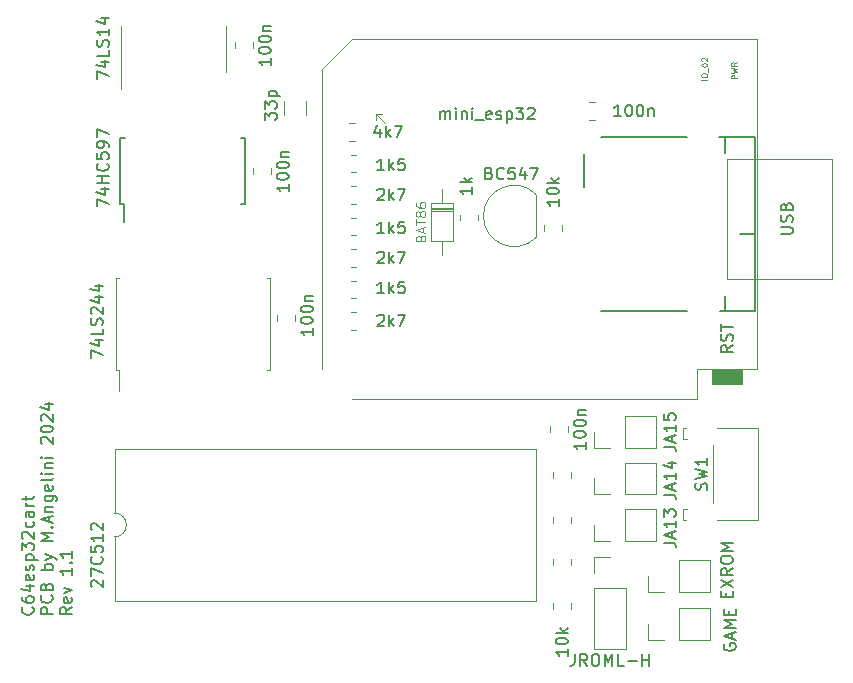
<source format=gbr>
G04 #@! TF.GenerationSoftware,KiCad,Pcbnew,7.0.10-7.0.10~ubuntu20.04.1*
G04 #@! TF.CreationDate,2024-02-18T22:33:17+01:00*
G04 #@! TF.ProjectId,ESP32Hardware,45535033-3248-4617-9264-776172652e6b,rev?*
G04 #@! TF.SameCoordinates,Original*
G04 #@! TF.FileFunction,Legend,Top*
G04 #@! TF.FilePolarity,Positive*
%FSLAX46Y46*%
G04 Gerber Fmt 4.6, Leading zero omitted, Abs format (unit mm)*
G04 Created by KiCad (PCBNEW 7.0.10-7.0.10~ubuntu20.04.1) date 2024-02-18 22:33:17*
%MOMM*%
%LPD*%
G01*
G04 APERTURE LIST*
%ADD10C,0.120000*%
%ADD11C,0.150000*%
%ADD12C,0.100000*%
%ADD13C,0.125000*%
G04 APERTURE END LIST*
D10*
X135890000Y-85598000D02*
X136398000Y-85598000D01*
X135890000Y-85598000D02*
X136652000Y-86360000D01*
X135890000Y-85598000D02*
X135890000Y-86106000D01*
X135890000Y-86106000D02*
X135890000Y-85598000D01*
D11*
X106790580Y-127361792D02*
X106838200Y-127409411D01*
X106838200Y-127409411D02*
X106885819Y-127552268D01*
X106885819Y-127552268D02*
X106885819Y-127647506D01*
X106885819Y-127647506D02*
X106838200Y-127790363D01*
X106838200Y-127790363D02*
X106742961Y-127885601D01*
X106742961Y-127885601D02*
X106647723Y-127933220D01*
X106647723Y-127933220D02*
X106457247Y-127980839D01*
X106457247Y-127980839D02*
X106314390Y-127980839D01*
X106314390Y-127980839D02*
X106123914Y-127933220D01*
X106123914Y-127933220D02*
X106028676Y-127885601D01*
X106028676Y-127885601D02*
X105933438Y-127790363D01*
X105933438Y-127790363D02*
X105885819Y-127647506D01*
X105885819Y-127647506D02*
X105885819Y-127552268D01*
X105885819Y-127552268D02*
X105933438Y-127409411D01*
X105933438Y-127409411D02*
X105981057Y-127361792D01*
X105885819Y-126504649D02*
X105885819Y-126695125D01*
X105885819Y-126695125D02*
X105933438Y-126790363D01*
X105933438Y-126790363D02*
X105981057Y-126837982D01*
X105981057Y-126837982D02*
X106123914Y-126933220D01*
X106123914Y-126933220D02*
X106314390Y-126980839D01*
X106314390Y-126980839D02*
X106695342Y-126980839D01*
X106695342Y-126980839D02*
X106790580Y-126933220D01*
X106790580Y-126933220D02*
X106838200Y-126885601D01*
X106838200Y-126885601D02*
X106885819Y-126790363D01*
X106885819Y-126790363D02*
X106885819Y-126599887D01*
X106885819Y-126599887D02*
X106838200Y-126504649D01*
X106838200Y-126504649D02*
X106790580Y-126457030D01*
X106790580Y-126457030D02*
X106695342Y-126409411D01*
X106695342Y-126409411D02*
X106457247Y-126409411D01*
X106457247Y-126409411D02*
X106362009Y-126457030D01*
X106362009Y-126457030D02*
X106314390Y-126504649D01*
X106314390Y-126504649D02*
X106266771Y-126599887D01*
X106266771Y-126599887D02*
X106266771Y-126790363D01*
X106266771Y-126790363D02*
X106314390Y-126885601D01*
X106314390Y-126885601D02*
X106362009Y-126933220D01*
X106362009Y-126933220D02*
X106457247Y-126980839D01*
X106219152Y-125552268D02*
X106885819Y-125552268D01*
X105838200Y-125790363D02*
X106552485Y-126028458D01*
X106552485Y-126028458D02*
X106552485Y-125409411D01*
X106838200Y-124647506D02*
X106885819Y-124742744D01*
X106885819Y-124742744D02*
X106885819Y-124933220D01*
X106885819Y-124933220D02*
X106838200Y-125028458D01*
X106838200Y-125028458D02*
X106742961Y-125076077D01*
X106742961Y-125076077D02*
X106362009Y-125076077D01*
X106362009Y-125076077D02*
X106266771Y-125028458D01*
X106266771Y-125028458D02*
X106219152Y-124933220D01*
X106219152Y-124933220D02*
X106219152Y-124742744D01*
X106219152Y-124742744D02*
X106266771Y-124647506D01*
X106266771Y-124647506D02*
X106362009Y-124599887D01*
X106362009Y-124599887D02*
X106457247Y-124599887D01*
X106457247Y-124599887D02*
X106552485Y-125076077D01*
X106838200Y-124218934D02*
X106885819Y-124123696D01*
X106885819Y-124123696D02*
X106885819Y-123933220D01*
X106885819Y-123933220D02*
X106838200Y-123837982D01*
X106838200Y-123837982D02*
X106742961Y-123790363D01*
X106742961Y-123790363D02*
X106695342Y-123790363D01*
X106695342Y-123790363D02*
X106600104Y-123837982D01*
X106600104Y-123837982D02*
X106552485Y-123933220D01*
X106552485Y-123933220D02*
X106552485Y-124076077D01*
X106552485Y-124076077D02*
X106504866Y-124171315D01*
X106504866Y-124171315D02*
X106409628Y-124218934D01*
X106409628Y-124218934D02*
X106362009Y-124218934D01*
X106362009Y-124218934D02*
X106266771Y-124171315D01*
X106266771Y-124171315D02*
X106219152Y-124076077D01*
X106219152Y-124076077D02*
X106219152Y-123933220D01*
X106219152Y-123933220D02*
X106266771Y-123837982D01*
X106219152Y-123361791D02*
X107219152Y-123361791D01*
X106266771Y-123361791D02*
X106219152Y-123266553D01*
X106219152Y-123266553D02*
X106219152Y-123076077D01*
X106219152Y-123076077D02*
X106266771Y-122980839D01*
X106266771Y-122980839D02*
X106314390Y-122933220D01*
X106314390Y-122933220D02*
X106409628Y-122885601D01*
X106409628Y-122885601D02*
X106695342Y-122885601D01*
X106695342Y-122885601D02*
X106790580Y-122933220D01*
X106790580Y-122933220D02*
X106838200Y-122980839D01*
X106838200Y-122980839D02*
X106885819Y-123076077D01*
X106885819Y-123076077D02*
X106885819Y-123266553D01*
X106885819Y-123266553D02*
X106838200Y-123361791D01*
X105885819Y-122552267D02*
X105885819Y-121933220D01*
X105885819Y-121933220D02*
X106266771Y-122266553D01*
X106266771Y-122266553D02*
X106266771Y-122123696D01*
X106266771Y-122123696D02*
X106314390Y-122028458D01*
X106314390Y-122028458D02*
X106362009Y-121980839D01*
X106362009Y-121980839D02*
X106457247Y-121933220D01*
X106457247Y-121933220D02*
X106695342Y-121933220D01*
X106695342Y-121933220D02*
X106790580Y-121980839D01*
X106790580Y-121980839D02*
X106838200Y-122028458D01*
X106838200Y-122028458D02*
X106885819Y-122123696D01*
X106885819Y-122123696D02*
X106885819Y-122409410D01*
X106885819Y-122409410D02*
X106838200Y-122504648D01*
X106838200Y-122504648D02*
X106790580Y-122552267D01*
X105981057Y-121552267D02*
X105933438Y-121504648D01*
X105933438Y-121504648D02*
X105885819Y-121409410D01*
X105885819Y-121409410D02*
X105885819Y-121171315D01*
X105885819Y-121171315D02*
X105933438Y-121076077D01*
X105933438Y-121076077D02*
X105981057Y-121028458D01*
X105981057Y-121028458D02*
X106076295Y-120980839D01*
X106076295Y-120980839D02*
X106171533Y-120980839D01*
X106171533Y-120980839D02*
X106314390Y-121028458D01*
X106314390Y-121028458D02*
X106885819Y-121599886D01*
X106885819Y-121599886D02*
X106885819Y-120980839D01*
X106838200Y-120123696D02*
X106885819Y-120218934D01*
X106885819Y-120218934D02*
X106885819Y-120409410D01*
X106885819Y-120409410D02*
X106838200Y-120504648D01*
X106838200Y-120504648D02*
X106790580Y-120552267D01*
X106790580Y-120552267D02*
X106695342Y-120599886D01*
X106695342Y-120599886D02*
X106409628Y-120599886D01*
X106409628Y-120599886D02*
X106314390Y-120552267D01*
X106314390Y-120552267D02*
X106266771Y-120504648D01*
X106266771Y-120504648D02*
X106219152Y-120409410D01*
X106219152Y-120409410D02*
X106219152Y-120218934D01*
X106219152Y-120218934D02*
X106266771Y-120123696D01*
X106885819Y-119266553D02*
X106362009Y-119266553D01*
X106362009Y-119266553D02*
X106266771Y-119314172D01*
X106266771Y-119314172D02*
X106219152Y-119409410D01*
X106219152Y-119409410D02*
X106219152Y-119599886D01*
X106219152Y-119599886D02*
X106266771Y-119695124D01*
X106838200Y-119266553D02*
X106885819Y-119361791D01*
X106885819Y-119361791D02*
X106885819Y-119599886D01*
X106885819Y-119599886D02*
X106838200Y-119695124D01*
X106838200Y-119695124D02*
X106742961Y-119742743D01*
X106742961Y-119742743D02*
X106647723Y-119742743D01*
X106647723Y-119742743D02*
X106552485Y-119695124D01*
X106552485Y-119695124D02*
X106504866Y-119599886D01*
X106504866Y-119599886D02*
X106504866Y-119361791D01*
X106504866Y-119361791D02*
X106457247Y-119266553D01*
X106885819Y-118790362D02*
X106219152Y-118790362D01*
X106409628Y-118790362D02*
X106314390Y-118742743D01*
X106314390Y-118742743D02*
X106266771Y-118695124D01*
X106266771Y-118695124D02*
X106219152Y-118599886D01*
X106219152Y-118599886D02*
X106219152Y-118504648D01*
X106219152Y-118314171D02*
X106219152Y-117933219D01*
X105885819Y-118171314D02*
X106742961Y-118171314D01*
X106742961Y-118171314D02*
X106838200Y-118123695D01*
X106838200Y-118123695D02*
X106885819Y-118028457D01*
X106885819Y-118028457D02*
X106885819Y-117933219D01*
X108495819Y-127933220D02*
X107495819Y-127933220D01*
X107495819Y-127933220D02*
X107495819Y-127552268D01*
X107495819Y-127552268D02*
X107543438Y-127457030D01*
X107543438Y-127457030D02*
X107591057Y-127409411D01*
X107591057Y-127409411D02*
X107686295Y-127361792D01*
X107686295Y-127361792D02*
X107829152Y-127361792D01*
X107829152Y-127361792D02*
X107924390Y-127409411D01*
X107924390Y-127409411D02*
X107972009Y-127457030D01*
X107972009Y-127457030D02*
X108019628Y-127552268D01*
X108019628Y-127552268D02*
X108019628Y-127933220D01*
X108400580Y-126361792D02*
X108448200Y-126409411D01*
X108448200Y-126409411D02*
X108495819Y-126552268D01*
X108495819Y-126552268D02*
X108495819Y-126647506D01*
X108495819Y-126647506D02*
X108448200Y-126790363D01*
X108448200Y-126790363D02*
X108352961Y-126885601D01*
X108352961Y-126885601D02*
X108257723Y-126933220D01*
X108257723Y-126933220D02*
X108067247Y-126980839D01*
X108067247Y-126980839D02*
X107924390Y-126980839D01*
X107924390Y-126980839D02*
X107733914Y-126933220D01*
X107733914Y-126933220D02*
X107638676Y-126885601D01*
X107638676Y-126885601D02*
X107543438Y-126790363D01*
X107543438Y-126790363D02*
X107495819Y-126647506D01*
X107495819Y-126647506D02*
X107495819Y-126552268D01*
X107495819Y-126552268D02*
X107543438Y-126409411D01*
X107543438Y-126409411D02*
X107591057Y-126361792D01*
X107972009Y-125599887D02*
X108019628Y-125457030D01*
X108019628Y-125457030D02*
X108067247Y-125409411D01*
X108067247Y-125409411D02*
X108162485Y-125361792D01*
X108162485Y-125361792D02*
X108305342Y-125361792D01*
X108305342Y-125361792D02*
X108400580Y-125409411D01*
X108400580Y-125409411D02*
X108448200Y-125457030D01*
X108448200Y-125457030D02*
X108495819Y-125552268D01*
X108495819Y-125552268D02*
X108495819Y-125933220D01*
X108495819Y-125933220D02*
X107495819Y-125933220D01*
X107495819Y-125933220D02*
X107495819Y-125599887D01*
X107495819Y-125599887D02*
X107543438Y-125504649D01*
X107543438Y-125504649D02*
X107591057Y-125457030D01*
X107591057Y-125457030D02*
X107686295Y-125409411D01*
X107686295Y-125409411D02*
X107781533Y-125409411D01*
X107781533Y-125409411D02*
X107876771Y-125457030D01*
X107876771Y-125457030D02*
X107924390Y-125504649D01*
X107924390Y-125504649D02*
X107972009Y-125599887D01*
X107972009Y-125599887D02*
X107972009Y-125933220D01*
X108495819Y-124171315D02*
X107495819Y-124171315D01*
X107876771Y-124171315D02*
X107829152Y-124076077D01*
X107829152Y-124076077D02*
X107829152Y-123885601D01*
X107829152Y-123885601D02*
X107876771Y-123790363D01*
X107876771Y-123790363D02*
X107924390Y-123742744D01*
X107924390Y-123742744D02*
X108019628Y-123695125D01*
X108019628Y-123695125D02*
X108305342Y-123695125D01*
X108305342Y-123695125D02*
X108400580Y-123742744D01*
X108400580Y-123742744D02*
X108448200Y-123790363D01*
X108448200Y-123790363D02*
X108495819Y-123885601D01*
X108495819Y-123885601D02*
X108495819Y-124076077D01*
X108495819Y-124076077D02*
X108448200Y-124171315D01*
X107829152Y-123361791D02*
X108495819Y-123123696D01*
X107829152Y-122885601D02*
X108495819Y-123123696D01*
X108495819Y-123123696D02*
X108733914Y-123218934D01*
X108733914Y-123218934D02*
X108781533Y-123266553D01*
X108781533Y-123266553D02*
X108829152Y-123361791D01*
X108495819Y-121742743D02*
X107495819Y-121742743D01*
X107495819Y-121742743D02*
X108210104Y-121409410D01*
X108210104Y-121409410D02*
X107495819Y-121076077D01*
X107495819Y-121076077D02*
X108495819Y-121076077D01*
X108400580Y-120599886D02*
X108448200Y-120552267D01*
X108448200Y-120552267D02*
X108495819Y-120599886D01*
X108495819Y-120599886D02*
X108448200Y-120647505D01*
X108448200Y-120647505D02*
X108400580Y-120599886D01*
X108400580Y-120599886D02*
X108495819Y-120599886D01*
X108210104Y-120171315D02*
X108210104Y-119695125D01*
X108495819Y-120266553D02*
X107495819Y-119933220D01*
X107495819Y-119933220D02*
X108495819Y-119599887D01*
X107829152Y-119266553D02*
X108495819Y-119266553D01*
X107924390Y-119266553D02*
X107876771Y-119218934D01*
X107876771Y-119218934D02*
X107829152Y-119123696D01*
X107829152Y-119123696D02*
X107829152Y-118980839D01*
X107829152Y-118980839D02*
X107876771Y-118885601D01*
X107876771Y-118885601D02*
X107972009Y-118837982D01*
X107972009Y-118837982D02*
X108495819Y-118837982D01*
X107829152Y-117933220D02*
X108638676Y-117933220D01*
X108638676Y-117933220D02*
X108733914Y-117980839D01*
X108733914Y-117980839D02*
X108781533Y-118028458D01*
X108781533Y-118028458D02*
X108829152Y-118123696D01*
X108829152Y-118123696D02*
X108829152Y-118266553D01*
X108829152Y-118266553D02*
X108781533Y-118361791D01*
X108448200Y-117933220D02*
X108495819Y-118028458D01*
X108495819Y-118028458D02*
X108495819Y-118218934D01*
X108495819Y-118218934D02*
X108448200Y-118314172D01*
X108448200Y-118314172D02*
X108400580Y-118361791D01*
X108400580Y-118361791D02*
X108305342Y-118409410D01*
X108305342Y-118409410D02*
X108019628Y-118409410D01*
X108019628Y-118409410D02*
X107924390Y-118361791D01*
X107924390Y-118361791D02*
X107876771Y-118314172D01*
X107876771Y-118314172D02*
X107829152Y-118218934D01*
X107829152Y-118218934D02*
X107829152Y-118028458D01*
X107829152Y-118028458D02*
X107876771Y-117933220D01*
X108448200Y-117076077D02*
X108495819Y-117171315D01*
X108495819Y-117171315D02*
X108495819Y-117361791D01*
X108495819Y-117361791D02*
X108448200Y-117457029D01*
X108448200Y-117457029D02*
X108352961Y-117504648D01*
X108352961Y-117504648D02*
X107972009Y-117504648D01*
X107972009Y-117504648D02*
X107876771Y-117457029D01*
X107876771Y-117457029D02*
X107829152Y-117361791D01*
X107829152Y-117361791D02*
X107829152Y-117171315D01*
X107829152Y-117171315D02*
X107876771Y-117076077D01*
X107876771Y-117076077D02*
X107972009Y-117028458D01*
X107972009Y-117028458D02*
X108067247Y-117028458D01*
X108067247Y-117028458D02*
X108162485Y-117504648D01*
X108495819Y-116457029D02*
X108448200Y-116552267D01*
X108448200Y-116552267D02*
X108352961Y-116599886D01*
X108352961Y-116599886D02*
X107495819Y-116599886D01*
X108495819Y-116076076D02*
X107829152Y-116076076D01*
X107495819Y-116076076D02*
X107543438Y-116123695D01*
X107543438Y-116123695D02*
X107591057Y-116076076D01*
X107591057Y-116076076D02*
X107543438Y-116028457D01*
X107543438Y-116028457D02*
X107495819Y-116076076D01*
X107495819Y-116076076D02*
X107591057Y-116076076D01*
X107829152Y-115599886D02*
X108495819Y-115599886D01*
X107924390Y-115599886D02*
X107876771Y-115552267D01*
X107876771Y-115552267D02*
X107829152Y-115457029D01*
X107829152Y-115457029D02*
X107829152Y-115314172D01*
X107829152Y-115314172D02*
X107876771Y-115218934D01*
X107876771Y-115218934D02*
X107972009Y-115171315D01*
X107972009Y-115171315D02*
X108495819Y-115171315D01*
X108495819Y-114695124D02*
X107829152Y-114695124D01*
X107495819Y-114695124D02*
X107543438Y-114742743D01*
X107543438Y-114742743D02*
X107591057Y-114695124D01*
X107591057Y-114695124D02*
X107543438Y-114647505D01*
X107543438Y-114647505D02*
X107495819Y-114695124D01*
X107495819Y-114695124D02*
X107591057Y-114695124D01*
X107591057Y-113504648D02*
X107543438Y-113457029D01*
X107543438Y-113457029D02*
X107495819Y-113361791D01*
X107495819Y-113361791D02*
X107495819Y-113123696D01*
X107495819Y-113123696D02*
X107543438Y-113028458D01*
X107543438Y-113028458D02*
X107591057Y-112980839D01*
X107591057Y-112980839D02*
X107686295Y-112933220D01*
X107686295Y-112933220D02*
X107781533Y-112933220D01*
X107781533Y-112933220D02*
X107924390Y-112980839D01*
X107924390Y-112980839D02*
X108495819Y-113552267D01*
X108495819Y-113552267D02*
X108495819Y-112933220D01*
X107495819Y-112314172D02*
X107495819Y-112218934D01*
X107495819Y-112218934D02*
X107543438Y-112123696D01*
X107543438Y-112123696D02*
X107591057Y-112076077D01*
X107591057Y-112076077D02*
X107686295Y-112028458D01*
X107686295Y-112028458D02*
X107876771Y-111980839D01*
X107876771Y-111980839D02*
X108114866Y-111980839D01*
X108114866Y-111980839D02*
X108305342Y-112028458D01*
X108305342Y-112028458D02*
X108400580Y-112076077D01*
X108400580Y-112076077D02*
X108448200Y-112123696D01*
X108448200Y-112123696D02*
X108495819Y-112218934D01*
X108495819Y-112218934D02*
X108495819Y-112314172D01*
X108495819Y-112314172D02*
X108448200Y-112409410D01*
X108448200Y-112409410D02*
X108400580Y-112457029D01*
X108400580Y-112457029D02*
X108305342Y-112504648D01*
X108305342Y-112504648D02*
X108114866Y-112552267D01*
X108114866Y-112552267D02*
X107876771Y-112552267D01*
X107876771Y-112552267D02*
X107686295Y-112504648D01*
X107686295Y-112504648D02*
X107591057Y-112457029D01*
X107591057Y-112457029D02*
X107543438Y-112409410D01*
X107543438Y-112409410D02*
X107495819Y-112314172D01*
X107591057Y-111599886D02*
X107543438Y-111552267D01*
X107543438Y-111552267D02*
X107495819Y-111457029D01*
X107495819Y-111457029D02*
X107495819Y-111218934D01*
X107495819Y-111218934D02*
X107543438Y-111123696D01*
X107543438Y-111123696D02*
X107591057Y-111076077D01*
X107591057Y-111076077D02*
X107686295Y-111028458D01*
X107686295Y-111028458D02*
X107781533Y-111028458D01*
X107781533Y-111028458D02*
X107924390Y-111076077D01*
X107924390Y-111076077D02*
X108495819Y-111647505D01*
X108495819Y-111647505D02*
X108495819Y-111028458D01*
X107829152Y-110171315D02*
X108495819Y-110171315D01*
X107448200Y-110409410D02*
X108162485Y-110647505D01*
X108162485Y-110647505D02*
X108162485Y-110028458D01*
X110105819Y-127361792D02*
X109629628Y-127695125D01*
X110105819Y-127933220D02*
X109105819Y-127933220D01*
X109105819Y-127933220D02*
X109105819Y-127552268D01*
X109105819Y-127552268D02*
X109153438Y-127457030D01*
X109153438Y-127457030D02*
X109201057Y-127409411D01*
X109201057Y-127409411D02*
X109296295Y-127361792D01*
X109296295Y-127361792D02*
X109439152Y-127361792D01*
X109439152Y-127361792D02*
X109534390Y-127409411D01*
X109534390Y-127409411D02*
X109582009Y-127457030D01*
X109582009Y-127457030D02*
X109629628Y-127552268D01*
X109629628Y-127552268D02*
X109629628Y-127933220D01*
X110058200Y-126552268D02*
X110105819Y-126647506D01*
X110105819Y-126647506D02*
X110105819Y-126837982D01*
X110105819Y-126837982D02*
X110058200Y-126933220D01*
X110058200Y-126933220D02*
X109962961Y-126980839D01*
X109962961Y-126980839D02*
X109582009Y-126980839D01*
X109582009Y-126980839D02*
X109486771Y-126933220D01*
X109486771Y-126933220D02*
X109439152Y-126837982D01*
X109439152Y-126837982D02*
X109439152Y-126647506D01*
X109439152Y-126647506D02*
X109486771Y-126552268D01*
X109486771Y-126552268D02*
X109582009Y-126504649D01*
X109582009Y-126504649D02*
X109677247Y-126504649D01*
X109677247Y-126504649D02*
X109772485Y-126980839D01*
X109439152Y-126171315D02*
X110105819Y-125933220D01*
X110105819Y-125933220D02*
X109439152Y-125695125D01*
X110105819Y-124028458D02*
X110105819Y-124599886D01*
X110105819Y-124314172D02*
X109105819Y-124314172D01*
X109105819Y-124314172D02*
X109248676Y-124409410D01*
X109248676Y-124409410D02*
X109343914Y-124504648D01*
X109343914Y-124504648D02*
X109391533Y-124599886D01*
X110010580Y-123599886D02*
X110058200Y-123552267D01*
X110058200Y-123552267D02*
X110105819Y-123599886D01*
X110105819Y-123599886D02*
X110058200Y-123647505D01*
X110058200Y-123647505D02*
X110010580Y-123599886D01*
X110010580Y-123599886D02*
X110105819Y-123599886D01*
X110105819Y-122599887D02*
X110105819Y-123171315D01*
X110105819Y-122885601D02*
X109105819Y-122885601D01*
X109105819Y-122885601D02*
X109248676Y-122980839D01*
X109248676Y-122980839D02*
X109343914Y-123076077D01*
X109343914Y-123076077D02*
X109391533Y-123171315D01*
X143964819Y-91813047D02*
X143964819Y-92384475D01*
X143964819Y-92098761D02*
X142964819Y-92098761D01*
X142964819Y-92098761D02*
X143107676Y-92193999D01*
X143107676Y-92193999D02*
X143202914Y-92289237D01*
X143202914Y-92289237D02*
X143250533Y-92384475D01*
X143964819Y-91384475D02*
X142964819Y-91384475D01*
X143583866Y-91289237D02*
X143964819Y-91003523D01*
X143298152Y-91003523D02*
X143679104Y-91384475D01*
X151330819Y-92797238D02*
X151330819Y-93368666D01*
X151330819Y-93082952D02*
X150330819Y-93082952D01*
X150330819Y-93082952D02*
X150473676Y-93178190D01*
X150473676Y-93178190D02*
X150568914Y-93273428D01*
X150568914Y-93273428D02*
X150616533Y-93368666D01*
X150330819Y-92178190D02*
X150330819Y-92082952D01*
X150330819Y-92082952D02*
X150378438Y-91987714D01*
X150378438Y-91987714D02*
X150426057Y-91940095D01*
X150426057Y-91940095D02*
X150521295Y-91892476D01*
X150521295Y-91892476D02*
X150711771Y-91844857D01*
X150711771Y-91844857D02*
X150949866Y-91844857D01*
X150949866Y-91844857D02*
X151140342Y-91892476D01*
X151140342Y-91892476D02*
X151235580Y-91940095D01*
X151235580Y-91940095D02*
X151283200Y-91987714D01*
X151283200Y-91987714D02*
X151330819Y-92082952D01*
X151330819Y-92082952D02*
X151330819Y-92178190D01*
X151330819Y-92178190D02*
X151283200Y-92273428D01*
X151283200Y-92273428D02*
X151235580Y-92321047D01*
X151235580Y-92321047D02*
X151140342Y-92368666D01*
X151140342Y-92368666D02*
X150949866Y-92416285D01*
X150949866Y-92416285D02*
X150711771Y-92416285D01*
X150711771Y-92416285D02*
X150521295Y-92368666D01*
X150521295Y-92368666D02*
X150426057Y-92321047D01*
X150426057Y-92321047D02*
X150378438Y-92273428D01*
X150378438Y-92273428D02*
X150330819Y-92178190D01*
X151330819Y-91416285D02*
X150330819Y-91416285D01*
X150949866Y-91321047D02*
X151330819Y-91035333D01*
X150664152Y-91035333D02*
X151045104Y-91416285D01*
X145462857Y-90609009D02*
X145605714Y-90656628D01*
X145605714Y-90656628D02*
X145653333Y-90704247D01*
X145653333Y-90704247D02*
X145700952Y-90799485D01*
X145700952Y-90799485D02*
X145700952Y-90942342D01*
X145700952Y-90942342D02*
X145653333Y-91037580D01*
X145653333Y-91037580D02*
X145605714Y-91085200D01*
X145605714Y-91085200D02*
X145510476Y-91132819D01*
X145510476Y-91132819D02*
X145129524Y-91132819D01*
X145129524Y-91132819D02*
X145129524Y-90132819D01*
X145129524Y-90132819D02*
X145462857Y-90132819D01*
X145462857Y-90132819D02*
X145558095Y-90180438D01*
X145558095Y-90180438D02*
X145605714Y-90228057D01*
X145605714Y-90228057D02*
X145653333Y-90323295D01*
X145653333Y-90323295D02*
X145653333Y-90418533D01*
X145653333Y-90418533D02*
X145605714Y-90513771D01*
X145605714Y-90513771D02*
X145558095Y-90561390D01*
X145558095Y-90561390D02*
X145462857Y-90609009D01*
X145462857Y-90609009D02*
X145129524Y-90609009D01*
X146700952Y-91037580D02*
X146653333Y-91085200D01*
X146653333Y-91085200D02*
X146510476Y-91132819D01*
X146510476Y-91132819D02*
X146415238Y-91132819D01*
X146415238Y-91132819D02*
X146272381Y-91085200D01*
X146272381Y-91085200D02*
X146177143Y-90989961D01*
X146177143Y-90989961D02*
X146129524Y-90894723D01*
X146129524Y-90894723D02*
X146081905Y-90704247D01*
X146081905Y-90704247D02*
X146081905Y-90561390D01*
X146081905Y-90561390D02*
X146129524Y-90370914D01*
X146129524Y-90370914D02*
X146177143Y-90275676D01*
X146177143Y-90275676D02*
X146272381Y-90180438D01*
X146272381Y-90180438D02*
X146415238Y-90132819D01*
X146415238Y-90132819D02*
X146510476Y-90132819D01*
X146510476Y-90132819D02*
X146653333Y-90180438D01*
X146653333Y-90180438D02*
X146700952Y-90228057D01*
X147605714Y-90132819D02*
X147129524Y-90132819D01*
X147129524Y-90132819D02*
X147081905Y-90609009D01*
X147081905Y-90609009D02*
X147129524Y-90561390D01*
X147129524Y-90561390D02*
X147224762Y-90513771D01*
X147224762Y-90513771D02*
X147462857Y-90513771D01*
X147462857Y-90513771D02*
X147558095Y-90561390D01*
X147558095Y-90561390D02*
X147605714Y-90609009D01*
X147605714Y-90609009D02*
X147653333Y-90704247D01*
X147653333Y-90704247D02*
X147653333Y-90942342D01*
X147653333Y-90942342D02*
X147605714Y-91037580D01*
X147605714Y-91037580D02*
X147558095Y-91085200D01*
X147558095Y-91085200D02*
X147462857Y-91132819D01*
X147462857Y-91132819D02*
X147224762Y-91132819D01*
X147224762Y-91132819D02*
X147129524Y-91085200D01*
X147129524Y-91085200D02*
X147081905Y-91037580D01*
X148510476Y-90466152D02*
X148510476Y-91132819D01*
X148272381Y-90085200D02*
X148034286Y-90799485D01*
X148034286Y-90799485D02*
X148653333Y-90799485D01*
X148939048Y-90132819D02*
X149605714Y-90132819D01*
X149605714Y-90132819D02*
X149177143Y-91132819D01*
X130502819Y-103735047D02*
X130502819Y-104306475D01*
X130502819Y-104020761D02*
X129502819Y-104020761D01*
X129502819Y-104020761D02*
X129645676Y-104115999D01*
X129645676Y-104115999D02*
X129740914Y-104211237D01*
X129740914Y-104211237D02*
X129788533Y-104306475D01*
X129502819Y-103115999D02*
X129502819Y-103020761D01*
X129502819Y-103020761D02*
X129550438Y-102925523D01*
X129550438Y-102925523D02*
X129598057Y-102877904D01*
X129598057Y-102877904D02*
X129693295Y-102830285D01*
X129693295Y-102830285D02*
X129883771Y-102782666D01*
X129883771Y-102782666D02*
X130121866Y-102782666D01*
X130121866Y-102782666D02*
X130312342Y-102830285D01*
X130312342Y-102830285D02*
X130407580Y-102877904D01*
X130407580Y-102877904D02*
X130455200Y-102925523D01*
X130455200Y-102925523D02*
X130502819Y-103020761D01*
X130502819Y-103020761D02*
X130502819Y-103115999D01*
X130502819Y-103115999D02*
X130455200Y-103211237D01*
X130455200Y-103211237D02*
X130407580Y-103258856D01*
X130407580Y-103258856D02*
X130312342Y-103306475D01*
X130312342Y-103306475D02*
X130121866Y-103354094D01*
X130121866Y-103354094D02*
X129883771Y-103354094D01*
X129883771Y-103354094D02*
X129693295Y-103306475D01*
X129693295Y-103306475D02*
X129598057Y-103258856D01*
X129598057Y-103258856D02*
X129550438Y-103211237D01*
X129550438Y-103211237D02*
X129502819Y-103115999D01*
X129502819Y-102163618D02*
X129502819Y-102068380D01*
X129502819Y-102068380D02*
X129550438Y-101973142D01*
X129550438Y-101973142D02*
X129598057Y-101925523D01*
X129598057Y-101925523D02*
X129693295Y-101877904D01*
X129693295Y-101877904D02*
X129883771Y-101830285D01*
X129883771Y-101830285D02*
X130121866Y-101830285D01*
X130121866Y-101830285D02*
X130312342Y-101877904D01*
X130312342Y-101877904D02*
X130407580Y-101925523D01*
X130407580Y-101925523D02*
X130455200Y-101973142D01*
X130455200Y-101973142D02*
X130502819Y-102068380D01*
X130502819Y-102068380D02*
X130502819Y-102163618D01*
X130502819Y-102163618D02*
X130455200Y-102258856D01*
X130455200Y-102258856D02*
X130407580Y-102306475D01*
X130407580Y-102306475D02*
X130312342Y-102354094D01*
X130312342Y-102354094D02*
X130121866Y-102401713D01*
X130121866Y-102401713D02*
X129883771Y-102401713D01*
X129883771Y-102401713D02*
X129693295Y-102354094D01*
X129693295Y-102354094D02*
X129598057Y-102306475D01*
X129598057Y-102306475D02*
X129550438Y-102258856D01*
X129550438Y-102258856D02*
X129502819Y-102163618D01*
X129836152Y-101401713D02*
X130502819Y-101401713D01*
X129931390Y-101401713D02*
X129883771Y-101354094D01*
X129883771Y-101354094D02*
X129836152Y-101258856D01*
X129836152Y-101258856D02*
X129836152Y-101115999D01*
X129836152Y-101115999D02*
X129883771Y-101020761D01*
X129883771Y-101020761D02*
X129979009Y-100973142D01*
X129979009Y-100973142D02*
X130502819Y-100973142D01*
X128470819Y-91543047D02*
X128470819Y-92114475D01*
X128470819Y-91828761D02*
X127470819Y-91828761D01*
X127470819Y-91828761D02*
X127613676Y-91923999D01*
X127613676Y-91923999D02*
X127708914Y-92019237D01*
X127708914Y-92019237D02*
X127756533Y-92114475D01*
X127470819Y-90923999D02*
X127470819Y-90828761D01*
X127470819Y-90828761D02*
X127518438Y-90733523D01*
X127518438Y-90733523D02*
X127566057Y-90685904D01*
X127566057Y-90685904D02*
X127661295Y-90638285D01*
X127661295Y-90638285D02*
X127851771Y-90590666D01*
X127851771Y-90590666D02*
X128089866Y-90590666D01*
X128089866Y-90590666D02*
X128280342Y-90638285D01*
X128280342Y-90638285D02*
X128375580Y-90685904D01*
X128375580Y-90685904D02*
X128423200Y-90733523D01*
X128423200Y-90733523D02*
X128470819Y-90828761D01*
X128470819Y-90828761D02*
X128470819Y-90923999D01*
X128470819Y-90923999D02*
X128423200Y-91019237D01*
X128423200Y-91019237D02*
X128375580Y-91066856D01*
X128375580Y-91066856D02*
X128280342Y-91114475D01*
X128280342Y-91114475D02*
X128089866Y-91162094D01*
X128089866Y-91162094D02*
X127851771Y-91162094D01*
X127851771Y-91162094D02*
X127661295Y-91114475D01*
X127661295Y-91114475D02*
X127566057Y-91066856D01*
X127566057Y-91066856D02*
X127518438Y-91019237D01*
X127518438Y-91019237D02*
X127470819Y-90923999D01*
X127470819Y-89971618D02*
X127470819Y-89876380D01*
X127470819Y-89876380D02*
X127518438Y-89781142D01*
X127518438Y-89781142D02*
X127566057Y-89733523D01*
X127566057Y-89733523D02*
X127661295Y-89685904D01*
X127661295Y-89685904D02*
X127851771Y-89638285D01*
X127851771Y-89638285D02*
X128089866Y-89638285D01*
X128089866Y-89638285D02*
X128280342Y-89685904D01*
X128280342Y-89685904D02*
X128375580Y-89733523D01*
X128375580Y-89733523D02*
X128423200Y-89781142D01*
X128423200Y-89781142D02*
X128470819Y-89876380D01*
X128470819Y-89876380D02*
X128470819Y-89971618D01*
X128470819Y-89971618D02*
X128423200Y-90066856D01*
X128423200Y-90066856D02*
X128375580Y-90114475D01*
X128375580Y-90114475D02*
X128280342Y-90162094D01*
X128280342Y-90162094D02*
X128089866Y-90209713D01*
X128089866Y-90209713D02*
X127851771Y-90209713D01*
X127851771Y-90209713D02*
X127661295Y-90162094D01*
X127661295Y-90162094D02*
X127566057Y-90114475D01*
X127566057Y-90114475D02*
X127518438Y-90066856D01*
X127518438Y-90066856D02*
X127470819Y-89971618D01*
X127804152Y-89209713D02*
X128470819Y-89209713D01*
X127899390Y-89209713D02*
X127851771Y-89162094D01*
X127851771Y-89162094D02*
X127804152Y-89066856D01*
X127804152Y-89066856D02*
X127804152Y-88923999D01*
X127804152Y-88923999D02*
X127851771Y-88828761D01*
X127851771Y-88828761D02*
X127947009Y-88781142D01*
X127947009Y-88781142D02*
X128470819Y-88781142D01*
X163862200Y-117411332D02*
X163909819Y-117268475D01*
X163909819Y-117268475D02*
X163909819Y-117030380D01*
X163909819Y-117030380D02*
X163862200Y-116935142D01*
X163862200Y-116935142D02*
X163814580Y-116887523D01*
X163814580Y-116887523D02*
X163719342Y-116839904D01*
X163719342Y-116839904D02*
X163624104Y-116839904D01*
X163624104Y-116839904D02*
X163528866Y-116887523D01*
X163528866Y-116887523D02*
X163481247Y-116935142D01*
X163481247Y-116935142D02*
X163433628Y-117030380D01*
X163433628Y-117030380D02*
X163386009Y-117220856D01*
X163386009Y-117220856D02*
X163338390Y-117316094D01*
X163338390Y-117316094D02*
X163290771Y-117363713D01*
X163290771Y-117363713D02*
X163195533Y-117411332D01*
X163195533Y-117411332D02*
X163100295Y-117411332D01*
X163100295Y-117411332D02*
X163005057Y-117363713D01*
X163005057Y-117363713D02*
X162957438Y-117316094D01*
X162957438Y-117316094D02*
X162909819Y-117220856D01*
X162909819Y-117220856D02*
X162909819Y-116982761D01*
X162909819Y-116982761D02*
X162957438Y-116839904D01*
X162909819Y-116506570D02*
X163909819Y-116268475D01*
X163909819Y-116268475D02*
X163195533Y-116077999D01*
X163195533Y-116077999D02*
X163909819Y-115887523D01*
X163909819Y-115887523D02*
X162909819Y-115649428D01*
X163909819Y-114744666D02*
X163909819Y-115316094D01*
X163909819Y-115030380D02*
X162909819Y-115030380D01*
X162909819Y-115030380D02*
X163052676Y-115125618D01*
X163052676Y-115125618D02*
X163147914Y-115220856D01*
X163147914Y-115220856D02*
X163195533Y-115316094D01*
X111818057Y-125626475D02*
X111770438Y-125578856D01*
X111770438Y-125578856D02*
X111722819Y-125483618D01*
X111722819Y-125483618D02*
X111722819Y-125245523D01*
X111722819Y-125245523D02*
X111770438Y-125150285D01*
X111770438Y-125150285D02*
X111818057Y-125102666D01*
X111818057Y-125102666D02*
X111913295Y-125055047D01*
X111913295Y-125055047D02*
X112008533Y-125055047D01*
X112008533Y-125055047D02*
X112151390Y-125102666D01*
X112151390Y-125102666D02*
X112722819Y-125674094D01*
X112722819Y-125674094D02*
X112722819Y-125055047D01*
X111722819Y-124721713D02*
X111722819Y-124055047D01*
X111722819Y-124055047D02*
X112722819Y-124483618D01*
X112627580Y-123102666D02*
X112675200Y-123150285D01*
X112675200Y-123150285D02*
X112722819Y-123293142D01*
X112722819Y-123293142D02*
X112722819Y-123388380D01*
X112722819Y-123388380D02*
X112675200Y-123531237D01*
X112675200Y-123531237D02*
X112579961Y-123626475D01*
X112579961Y-123626475D02*
X112484723Y-123674094D01*
X112484723Y-123674094D02*
X112294247Y-123721713D01*
X112294247Y-123721713D02*
X112151390Y-123721713D01*
X112151390Y-123721713D02*
X111960914Y-123674094D01*
X111960914Y-123674094D02*
X111865676Y-123626475D01*
X111865676Y-123626475D02*
X111770438Y-123531237D01*
X111770438Y-123531237D02*
X111722819Y-123388380D01*
X111722819Y-123388380D02*
X111722819Y-123293142D01*
X111722819Y-123293142D02*
X111770438Y-123150285D01*
X111770438Y-123150285D02*
X111818057Y-123102666D01*
X111722819Y-122197904D02*
X111722819Y-122674094D01*
X111722819Y-122674094D02*
X112199009Y-122721713D01*
X112199009Y-122721713D02*
X112151390Y-122674094D01*
X112151390Y-122674094D02*
X112103771Y-122578856D01*
X112103771Y-122578856D02*
X112103771Y-122340761D01*
X112103771Y-122340761D02*
X112151390Y-122245523D01*
X112151390Y-122245523D02*
X112199009Y-122197904D01*
X112199009Y-122197904D02*
X112294247Y-122150285D01*
X112294247Y-122150285D02*
X112532342Y-122150285D01*
X112532342Y-122150285D02*
X112627580Y-122197904D01*
X112627580Y-122197904D02*
X112675200Y-122245523D01*
X112675200Y-122245523D02*
X112722819Y-122340761D01*
X112722819Y-122340761D02*
X112722819Y-122578856D01*
X112722819Y-122578856D02*
X112675200Y-122674094D01*
X112675200Y-122674094D02*
X112627580Y-122721713D01*
X112722819Y-121197904D02*
X112722819Y-121769332D01*
X112722819Y-121483618D02*
X111722819Y-121483618D01*
X111722819Y-121483618D02*
X111865676Y-121578856D01*
X111865676Y-121578856D02*
X111960914Y-121674094D01*
X111960914Y-121674094D02*
X112008533Y-121769332D01*
X111818057Y-120816951D02*
X111770438Y-120769332D01*
X111770438Y-120769332D02*
X111722819Y-120674094D01*
X111722819Y-120674094D02*
X111722819Y-120435999D01*
X111722819Y-120435999D02*
X111770438Y-120340761D01*
X111770438Y-120340761D02*
X111818057Y-120293142D01*
X111818057Y-120293142D02*
X111913295Y-120245523D01*
X111913295Y-120245523D02*
X112008533Y-120245523D01*
X112008533Y-120245523D02*
X112151390Y-120293142D01*
X112151390Y-120293142D02*
X112722819Y-120864570D01*
X112722819Y-120864570D02*
X112722819Y-120245523D01*
X152092819Y-130897238D02*
X152092819Y-131468666D01*
X152092819Y-131182952D02*
X151092819Y-131182952D01*
X151092819Y-131182952D02*
X151235676Y-131278190D01*
X151235676Y-131278190D02*
X151330914Y-131373428D01*
X151330914Y-131373428D02*
X151378533Y-131468666D01*
X151092819Y-130278190D02*
X151092819Y-130182952D01*
X151092819Y-130182952D02*
X151140438Y-130087714D01*
X151140438Y-130087714D02*
X151188057Y-130040095D01*
X151188057Y-130040095D02*
X151283295Y-129992476D01*
X151283295Y-129992476D02*
X151473771Y-129944857D01*
X151473771Y-129944857D02*
X151711866Y-129944857D01*
X151711866Y-129944857D02*
X151902342Y-129992476D01*
X151902342Y-129992476D02*
X151997580Y-130040095D01*
X151997580Y-130040095D02*
X152045200Y-130087714D01*
X152045200Y-130087714D02*
X152092819Y-130182952D01*
X152092819Y-130182952D02*
X152092819Y-130278190D01*
X152092819Y-130278190D02*
X152045200Y-130373428D01*
X152045200Y-130373428D02*
X151997580Y-130421047D01*
X151997580Y-130421047D02*
X151902342Y-130468666D01*
X151902342Y-130468666D02*
X151711866Y-130516285D01*
X151711866Y-130516285D02*
X151473771Y-130516285D01*
X151473771Y-130516285D02*
X151283295Y-130468666D01*
X151283295Y-130468666D02*
X151188057Y-130421047D01*
X151188057Y-130421047D02*
X151140438Y-130373428D01*
X151140438Y-130373428D02*
X151092819Y-130278190D01*
X152092819Y-129516285D02*
X151092819Y-129516285D01*
X151711866Y-129421047D02*
X152092819Y-129135333D01*
X151426152Y-129135333D02*
X151807104Y-129516285D01*
X136564761Y-90370819D02*
X135993333Y-90370819D01*
X136279047Y-90370819D02*
X136279047Y-89370819D01*
X136279047Y-89370819D02*
X136183809Y-89513676D01*
X136183809Y-89513676D02*
X136088571Y-89608914D01*
X136088571Y-89608914D02*
X135993333Y-89656533D01*
X136993333Y-90370819D02*
X136993333Y-89370819D01*
X137088571Y-89989866D02*
X137374285Y-90370819D01*
X137374285Y-89704152D02*
X136993333Y-90085104D01*
X138279047Y-89370819D02*
X137802857Y-89370819D01*
X137802857Y-89370819D02*
X137755238Y-89847009D01*
X137755238Y-89847009D02*
X137802857Y-89799390D01*
X137802857Y-89799390D02*
X137898095Y-89751771D01*
X137898095Y-89751771D02*
X138136190Y-89751771D01*
X138136190Y-89751771D02*
X138231428Y-89799390D01*
X138231428Y-89799390D02*
X138279047Y-89847009D01*
X138279047Y-89847009D02*
X138326666Y-89942247D01*
X138326666Y-89942247D02*
X138326666Y-90180342D01*
X138326666Y-90180342D02*
X138279047Y-90275580D01*
X138279047Y-90275580D02*
X138231428Y-90323200D01*
X138231428Y-90323200D02*
X138136190Y-90370819D01*
X138136190Y-90370819D02*
X137898095Y-90370819D01*
X137898095Y-90370819D02*
X137802857Y-90323200D01*
X137802857Y-90323200D02*
X137755238Y-90275580D01*
X126946819Y-80875047D02*
X126946819Y-81446475D01*
X126946819Y-81160761D02*
X125946819Y-81160761D01*
X125946819Y-81160761D02*
X126089676Y-81255999D01*
X126089676Y-81255999D02*
X126184914Y-81351237D01*
X126184914Y-81351237D02*
X126232533Y-81446475D01*
X125946819Y-80255999D02*
X125946819Y-80160761D01*
X125946819Y-80160761D02*
X125994438Y-80065523D01*
X125994438Y-80065523D02*
X126042057Y-80017904D01*
X126042057Y-80017904D02*
X126137295Y-79970285D01*
X126137295Y-79970285D02*
X126327771Y-79922666D01*
X126327771Y-79922666D02*
X126565866Y-79922666D01*
X126565866Y-79922666D02*
X126756342Y-79970285D01*
X126756342Y-79970285D02*
X126851580Y-80017904D01*
X126851580Y-80017904D02*
X126899200Y-80065523D01*
X126899200Y-80065523D02*
X126946819Y-80160761D01*
X126946819Y-80160761D02*
X126946819Y-80255999D01*
X126946819Y-80255999D02*
X126899200Y-80351237D01*
X126899200Y-80351237D02*
X126851580Y-80398856D01*
X126851580Y-80398856D02*
X126756342Y-80446475D01*
X126756342Y-80446475D02*
X126565866Y-80494094D01*
X126565866Y-80494094D02*
X126327771Y-80494094D01*
X126327771Y-80494094D02*
X126137295Y-80446475D01*
X126137295Y-80446475D02*
X126042057Y-80398856D01*
X126042057Y-80398856D02*
X125994438Y-80351237D01*
X125994438Y-80351237D02*
X125946819Y-80255999D01*
X125946819Y-79303618D02*
X125946819Y-79208380D01*
X125946819Y-79208380D02*
X125994438Y-79113142D01*
X125994438Y-79113142D02*
X126042057Y-79065523D01*
X126042057Y-79065523D02*
X126137295Y-79017904D01*
X126137295Y-79017904D02*
X126327771Y-78970285D01*
X126327771Y-78970285D02*
X126565866Y-78970285D01*
X126565866Y-78970285D02*
X126756342Y-79017904D01*
X126756342Y-79017904D02*
X126851580Y-79065523D01*
X126851580Y-79065523D02*
X126899200Y-79113142D01*
X126899200Y-79113142D02*
X126946819Y-79208380D01*
X126946819Y-79208380D02*
X126946819Y-79303618D01*
X126946819Y-79303618D02*
X126899200Y-79398856D01*
X126899200Y-79398856D02*
X126851580Y-79446475D01*
X126851580Y-79446475D02*
X126756342Y-79494094D01*
X126756342Y-79494094D02*
X126565866Y-79541713D01*
X126565866Y-79541713D02*
X126327771Y-79541713D01*
X126327771Y-79541713D02*
X126137295Y-79494094D01*
X126137295Y-79494094D02*
X126042057Y-79446475D01*
X126042057Y-79446475D02*
X125994438Y-79398856D01*
X125994438Y-79398856D02*
X125946819Y-79303618D01*
X126280152Y-78541713D02*
X126946819Y-78541713D01*
X126375390Y-78541713D02*
X126327771Y-78494094D01*
X126327771Y-78494094D02*
X126280152Y-78398856D01*
X126280152Y-78398856D02*
X126280152Y-78255999D01*
X126280152Y-78255999D02*
X126327771Y-78160761D01*
X126327771Y-78160761D02*
X126423009Y-78113142D01*
X126423009Y-78113142D02*
X126946819Y-78113142D01*
D12*
X139645847Y-96094381D02*
X139683942Y-95980095D01*
X139683942Y-95980095D02*
X139722038Y-95942000D01*
X139722038Y-95942000D02*
X139798228Y-95903904D01*
X139798228Y-95903904D02*
X139912514Y-95903904D01*
X139912514Y-95903904D02*
X139988704Y-95942000D01*
X139988704Y-95942000D02*
X140026800Y-95980095D01*
X140026800Y-95980095D02*
X140064895Y-96056285D01*
X140064895Y-96056285D02*
X140064895Y-96361047D01*
X140064895Y-96361047D02*
X139264895Y-96361047D01*
X139264895Y-96361047D02*
X139264895Y-96094381D01*
X139264895Y-96094381D02*
X139302990Y-96018190D01*
X139302990Y-96018190D02*
X139341085Y-95980095D01*
X139341085Y-95980095D02*
X139417276Y-95942000D01*
X139417276Y-95942000D02*
X139493466Y-95942000D01*
X139493466Y-95942000D02*
X139569657Y-95980095D01*
X139569657Y-95980095D02*
X139607752Y-96018190D01*
X139607752Y-96018190D02*
X139645847Y-96094381D01*
X139645847Y-96094381D02*
X139645847Y-96361047D01*
X139836323Y-95599143D02*
X139836323Y-95218190D01*
X140064895Y-95675333D02*
X139264895Y-95408666D01*
X139264895Y-95408666D02*
X140064895Y-95142000D01*
X139264895Y-94989619D02*
X139264895Y-94532476D01*
X140064895Y-94761048D02*
X139264895Y-94761048D01*
X139607752Y-94151524D02*
X139569657Y-94227714D01*
X139569657Y-94227714D02*
X139531561Y-94265809D01*
X139531561Y-94265809D02*
X139455371Y-94303905D01*
X139455371Y-94303905D02*
X139417276Y-94303905D01*
X139417276Y-94303905D02*
X139341085Y-94265809D01*
X139341085Y-94265809D02*
X139302990Y-94227714D01*
X139302990Y-94227714D02*
X139264895Y-94151524D01*
X139264895Y-94151524D02*
X139264895Y-93999143D01*
X139264895Y-93999143D02*
X139302990Y-93922952D01*
X139302990Y-93922952D02*
X139341085Y-93884857D01*
X139341085Y-93884857D02*
X139417276Y-93846762D01*
X139417276Y-93846762D02*
X139455371Y-93846762D01*
X139455371Y-93846762D02*
X139531561Y-93884857D01*
X139531561Y-93884857D02*
X139569657Y-93922952D01*
X139569657Y-93922952D02*
X139607752Y-93999143D01*
X139607752Y-93999143D02*
X139607752Y-94151524D01*
X139607752Y-94151524D02*
X139645847Y-94227714D01*
X139645847Y-94227714D02*
X139683942Y-94265809D01*
X139683942Y-94265809D02*
X139760133Y-94303905D01*
X139760133Y-94303905D02*
X139912514Y-94303905D01*
X139912514Y-94303905D02*
X139988704Y-94265809D01*
X139988704Y-94265809D02*
X140026800Y-94227714D01*
X140026800Y-94227714D02*
X140064895Y-94151524D01*
X140064895Y-94151524D02*
X140064895Y-93999143D01*
X140064895Y-93999143D02*
X140026800Y-93922952D01*
X140026800Y-93922952D02*
X139988704Y-93884857D01*
X139988704Y-93884857D02*
X139912514Y-93846762D01*
X139912514Y-93846762D02*
X139760133Y-93846762D01*
X139760133Y-93846762D02*
X139683942Y-93884857D01*
X139683942Y-93884857D02*
X139645847Y-93922952D01*
X139645847Y-93922952D02*
X139607752Y-93999143D01*
X139264895Y-93161047D02*
X139264895Y-93313428D01*
X139264895Y-93313428D02*
X139302990Y-93389619D01*
X139302990Y-93389619D02*
X139341085Y-93427714D01*
X139341085Y-93427714D02*
X139455371Y-93503904D01*
X139455371Y-93503904D02*
X139607752Y-93542000D01*
X139607752Y-93542000D02*
X139912514Y-93542000D01*
X139912514Y-93542000D02*
X139988704Y-93503904D01*
X139988704Y-93503904D02*
X140026800Y-93465809D01*
X140026800Y-93465809D02*
X140064895Y-93389619D01*
X140064895Y-93389619D02*
X140064895Y-93237238D01*
X140064895Y-93237238D02*
X140026800Y-93161047D01*
X140026800Y-93161047D02*
X139988704Y-93122952D01*
X139988704Y-93122952D02*
X139912514Y-93084857D01*
X139912514Y-93084857D02*
X139722038Y-93084857D01*
X139722038Y-93084857D02*
X139645847Y-93122952D01*
X139645847Y-93122952D02*
X139607752Y-93161047D01*
X139607752Y-93161047D02*
X139569657Y-93237238D01*
X139569657Y-93237238D02*
X139569657Y-93389619D01*
X139569657Y-93389619D02*
X139607752Y-93465809D01*
X139607752Y-93465809D02*
X139645847Y-93503904D01*
X139645847Y-93503904D02*
X139722038Y-93542000D01*
D11*
X160236819Y-117824095D02*
X160951104Y-117824095D01*
X160951104Y-117824095D02*
X161093961Y-117871714D01*
X161093961Y-117871714D02*
X161189200Y-117966952D01*
X161189200Y-117966952D02*
X161236819Y-118109809D01*
X161236819Y-118109809D02*
X161236819Y-118205047D01*
X160951104Y-117395523D02*
X160951104Y-116919333D01*
X161236819Y-117490761D02*
X160236819Y-117157428D01*
X160236819Y-117157428D02*
X161236819Y-116824095D01*
X161236819Y-115966952D02*
X161236819Y-116538380D01*
X161236819Y-116252666D02*
X160236819Y-116252666D01*
X160236819Y-116252666D02*
X160379676Y-116347904D01*
X160379676Y-116347904D02*
X160474914Y-116443142D01*
X160474914Y-116443142D02*
X160522533Y-116538380D01*
X160570152Y-115109809D02*
X161236819Y-115109809D01*
X160189200Y-115347904D02*
X160903485Y-115585999D01*
X160903485Y-115585999D02*
X160903485Y-114966952D01*
X111722819Y-106243047D02*
X111722819Y-105576381D01*
X111722819Y-105576381D02*
X112722819Y-106004952D01*
X112056152Y-104766857D02*
X112722819Y-104766857D01*
X111675200Y-105004952D02*
X112389485Y-105243047D01*
X112389485Y-105243047D02*
X112389485Y-104624000D01*
X112722819Y-103766857D02*
X112722819Y-104243047D01*
X112722819Y-104243047D02*
X111722819Y-104243047D01*
X112675200Y-103481142D02*
X112722819Y-103338285D01*
X112722819Y-103338285D02*
X112722819Y-103100190D01*
X112722819Y-103100190D02*
X112675200Y-103004952D01*
X112675200Y-103004952D02*
X112627580Y-102957333D01*
X112627580Y-102957333D02*
X112532342Y-102909714D01*
X112532342Y-102909714D02*
X112437104Y-102909714D01*
X112437104Y-102909714D02*
X112341866Y-102957333D01*
X112341866Y-102957333D02*
X112294247Y-103004952D01*
X112294247Y-103004952D02*
X112246628Y-103100190D01*
X112246628Y-103100190D02*
X112199009Y-103290666D01*
X112199009Y-103290666D02*
X112151390Y-103385904D01*
X112151390Y-103385904D02*
X112103771Y-103433523D01*
X112103771Y-103433523D02*
X112008533Y-103481142D01*
X112008533Y-103481142D02*
X111913295Y-103481142D01*
X111913295Y-103481142D02*
X111818057Y-103433523D01*
X111818057Y-103433523D02*
X111770438Y-103385904D01*
X111770438Y-103385904D02*
X111722819Y-103290666D01*
X111722819Y-103290666D02*
X111722819Y-103052571D01*
X111722819Y-103052571D02*
X111770438Y-102909714D01*
X111818057Y-102528761D02*
X111770438Y-102481142D01*
X111770438Y-102481142D02*
X111722819Y-102385904D01*
X111722819Y-102385904D02*
X111722819Y-102147809D01*
X111722819Y-102147809D02*
X111770438Y-102052571D01*
X111770438Y-102052571D02*
X111818057Y-102004952D01*
X111818057Y-102004952D02*
X111913295Y-101957333D01*
X111913295Y-101957333D02*
X112008533Y-101957333D01*
X112008533Y-101957333D02*
X112151390Y-102004952D01*
X112151390Y-102004952D02*
X112722819Y-102576380D01*
X112722819Y-102576380D02*
X112722819Y-101957333D01*
X112056152Y-101100190D02*
X112722819Y-101100190D01*
X111675200Y-101338285D02*
X112389485Y-101576380D01*
X112389485Y-101576380D02*
X112389485Y-100957333D01*
X112056152Y-100147809D02*
X112722819Y-100147809D01*
X111675200Y-100385904D02*
X112389485Y-100623999D01*
X112389485Y-100623999D02*
X112389485Y-100004952D01*
X153616819Y-113387047D02*
X153616819Y-113958475D01*
X153616819Y-113672761D02*
X152616819Y-113672761D01*
X152616819Y-113672761D02*
X152759676Y-113767999D01*
X152759676Y-113767999D02*
X152854914Y-113863237D01*
X152854914Y-113863237D02*
X152902533Y-113958475D01*
X152616819Y-112767999D02*
X152616819Y-112672761D01*
X152616819Y-112672761D02*
X152664438Y-112577523D01*
X152664438Y-112577523D02*
X152712057Y-112529904D01*
X152712057Y-112529904D02*
X152807295Y-112482285D01*
X152807295Y-112482285D02*
X152997771Y-112434666D01*
X152997771Y-112434666D02*
X153235866Y-112434666D01*
X153235866Y-112434666D02*
X153426342Y-112482285D01*
X153426342Y-112482285D02*
X153521580Y-112529904D01*
X153521580Y-112529904D02*
X153569200Y-112577523D01*
X153569200Y-112577523D02*
X153616819Y-112672761D01*
X153616819Y-112672761D02*
X153616819Y-112767999D01*
X153616819Y-112767999D02*
X153569200Y-112863237D01*
X153569200Y-112863237D02*
X153521580Y-112910856D01*
X153521580Y-112910856D02*
X153426342Y-112958475D01*
X153426342Y-112958475D02*
X153235866Y-113006094D01*
X153235866Y-113006094D02*
X152997771Y-113006094D01*
X152997771Y-113006094D02*
X152807295Y-112958475D01*
X152807295Y-112958475D02*
X152712057Y-112910856D01*
X152712057Y-112910856D02*
X152664438Y-112863237D01*
X152664438Y-112863237D02*
X152616819Y-112767999D01*
X152616819Y-111815618D02*
X152616819Y-111720380D01*
X152616819Y-111720380D02*
X152664438Y-111625142D01*
X152664438Y-111625142D02*
X152712057Y-111577523D01*
X152712057Y-111577523D02*
X152807295Y-111529904D01*
X152807295Y-111529904D02*
X152997771Y-111482285D01*
X152997771Y-111482285D02*
X153235866Y-111482285D01*
X153235866Y-111482285D02*
X153426342Y-111529904D01*
X153426342Y-111529904D02*
X153521580Y-111577523D01*
X153521580Y-111577523D02*
X153569200Y-111625142D01*
X153569200Y-111625142D02*
X153616819Y-111720380D01*
X153616819Y-111720380D02*
X153616819Y-111815618D01*
X153616819Y-111815618D02*
X153569200Y-111910856D01*
X153569200Y-111910856D02*
X153521580Y-111958475D01*
X153521580Y-111958475D02*
X153426342Y-112006094D01*
X153426342Y-112006094D02*
X153235866Y-112053713D01*
X153235866Y-112053713D02*
X152997771Y-112053713D01*
X152997771Y-112053713D02*
X152807295Y-112006094D01*
X152807295Y-112006094D02*
X152712057Y-111958475D01*
X152712057Y-111958475D02*
X152664438Y-111910856D01*
X152664438Y-111910856D02*
X152616819Y-111815618D01*
X152950152Y-111053713D02*
X153616819Y-111053713D01*
X153045390Y-111053713D02*
X152997771Y-111006094D01*
X152997771Y-111006094D02*
X152950152Y-110910856D01*
X152950152Y-110910856D02*
X152950152Y-110767999D01*
X152950152Y-110767999D02*
X152997771Y-110672761D01*
X152997771Y-110672761D02*
X153093009Y-110625142D01*
X153093009Y-110625142D02*
X153616819Y-110625142D01*
X112230819Y-82652856D02*
X112230819Y-81986190D01*
X112230819Y-81986190D02*
X113230819Y-82414761D01*
X112564152Y-81176666D02*
X113230819Y-81176666D01*
X112183200Y-81414761D02*
X112897485Y-81652856D01*
X112897485Y-81652856D02*
X112897485Y-81033809D01*
X113230819Y-80176666D02*
X113230819Y-80652856D01*
X113230819Y-80652856D02*
X112230819Y-80652856D01*
X113183200Y-79890951D02*
X113230819Y-79748094D01*
X113230819Y-79748094D02*
X113230819Y-79509999D01*
X113230819Y-79509999D02*
X113183200Y-79414761D01*
X113183200Y-79414761D02*
X113135580Y-79367142D01*
X113135580Y-79367142D02*
X113040342Y-79319523D01*
X113040342Y-79319523D02*
X112945104Y-79319523D01*
X112945104Y-79319523D02*
X112849866Y-79367142D01*
X112849866Y-79367142D02*
X112802247Y-79414761D01*
X112802247Y-79414761D02*
X112754628Y-79509999D01*
X112754628Y-79509999D02*
X112707009Y-79700475D01*
X112707009Y-79700475D02*
X112659390Y-79795713D01*
X112659390Y-79795713D02*
X112611771Y-79843332D01*
X112611771Y-79843332D02*
X112516533Y-79890951D01*
X112516533Y-79890951D02*
X112421295Y-79890951D01*
X112421295Y-79890951D02*
X112326057Y-79843332D01*
X112326057Y-79843332D02*
X112278438Y-79795713D01*
X112278438Y-79795713D02*
X112230819Y-79700475D01*
X112230819Y-79700475D02*
X112230819Y-79462380D01*
X112230819Y-79462380D02*
X112278438Y-79319523D01*
X113230819Y-78367142D02*
X113230819Y-78938570D01*
X113230819Y-78652856D02*
X112230819Y-78652856D01*
X112230819Y-78652856D02*
X112373676Y-78748094D01*
X112373676Y-78748094D02*
X112468914Y-78843332D01*
X112468914Y-78843332D02*
X112516533Y-78938570D01*
X112564152Y-77509999D02*
X113230819Y-77509999D01*
X112183200Y-77748094D02*
X112897485Y-77986189D01*
X112897485Y-77986189D02*
X112897485Y-77367142D01*
X136564761Y-100784819D02*
X135993333Y-100784819D01*
X136279047Y-100784819D02*
X136279047Y-99784819D01*
X136279047Y-99784819D02*
X136183809Y-99927676D01*
X136183809Y-99927676D02*
X136088571Y-100022914D01*
X136088571Y-100022914D02*
X135993333Y-100070533D01*
X136993333Y-100784819D02*
X136993333Y-99784819D01*
X137088571Y-100403866D02*
X137374285Y-100784819D01*
X137374285Y-100118152D02*
X136993333Y-100499104D01*
X138279047Y-99784819D02*
X137802857Y-99784819D01*
X137802857Y-99784819D02*
X137755238Y-100261009D01*
X137755238Y-100261009D02*
X137802857Y-100213390D01*
X137802857Y-100213390D02*
X137898095Y-100165771D01*
X137898095Y-100165771D02*
X138136190Y-100165771D01*
X138136190Y-100165771D02*
X138231428Y-100213390D01*
X138231428Y-100213390D02*
X138279047Y-100261009D01*
X138279047Y-100261009D02*
X138326666Y-100356247D01*
X138326666Y-100356247D02*
X138326666Y-100594342D01*
X138326666Y-100594342D02*
X138279047Y-100689580D01*
X138279047Y-100689580D02*
X138231428Y-100737200D01*
X138231428Y-100737200D02*
X138136190Y-100784819D01*
X138136190Y-100784819D02*
X137898095Y-100784819D01*
X137898095Y-100784819D02*
X137802857Y-100737200D01*
X137802857Y-100737200D02*
X137755238Y-100689580D01*
X126454819Y-86097904D02*
X126454819Y-85478857D01*
X126454819Y-85478857D02*
X126835771Y-85812190D01*
X126835771Y-85812190D02*
X126835771Y-85669333D01*
X126835771Y-85669333D02*
X126883390Y-85574095D01*
X126883390Y-85574095D02*
X126931009Y-85526476D01*
X126931009Y-85526476D02*
X127026247Y-85478857D01*
X127026247Y-85478857D02*
X127264342Y-85478857D01*
X127264342Y-85478857D02*
X127359580Y-85526476D01*
X127359580Y-85526476D02*
X127407200Y-85574095D01*
X127407200Y-85574095D02*
X127454819Y-85669333D01*
X127454819Y-85669333D02*
X127454819Y-85955047D01*
X127454819Y-85955047D02*
X127407200Y-86050285D01*
X127407200Y-86050285D02*
X127359580Y-86097904D01*
X126454819Y-85145523D02*
X126454819Y-84526476D01*
X126454819Y-84526476D02*
X126835771Y-84859809D01*
X126835771Y-84859809D02*
X126835771Y-84716952D01*
X126835771Y-84716952D02*
X126883390Y-84621714D01*
X126883390Y-84621714D02*
X126931009Y-84574095D01*
X126931009Y-84574095D02*
X127026247Y-84526476D01*
X127026247Y-84526476D02*
X127264342Y-84526476D01*
X127264342Y-84526476D02*
X127359580Y-84574095D01*
X127359580Y-84574095D02*
X127407200Y-84621714D01*
X127407200Y-84621714D02*
X127454819Y-84716952D01*
X127454819Y-84716952D02*
X127454819Y-85002666D01*
X127454819Y-85002666D02*
X127407200Y-85097904D01*
X127407200Y-85097904D02*
X127359580Y-85145523D01*
X126788152Y-84097904D02*
X127788152Y-84097904D01*
X126835771Y-84097904D02*
X126788152Y-84002666D01*
X126788152Y-84002666D02*
X126788152Y-83812190D01*
X126788152Y-83812190D02*
X126835771Y-83716952D01*
X126835771Y-83716952D02*
X126883390Y-83669333D01*
X126883390Y-83669333D02*
X126978628Y-83621714D01*
X126978628Y-83621714D02*
X127264342Y-83621714D01*
X127264342Y-83621714D02*
X127359580Y-83669333D01*
X127359580Y-83669333D02*
X127407200Y-83716952D01*
X127407200Y-83716952D02*
X127454819Y-83812190D01*
X127454819Y-83812190D02*
X127454819Y-84002666D01*
X127454819Y-84002666D02*
X127407200Y-84097904D01*
X136215523Y-86910152D02*
X136215523Y-87576819D01*
X135977428Y-86529200D02*
X135739333Y-87243485D01*
X135739333Y-87243485D02*
X136358380Y-87243485D01*
X136739333Y-87576819D02*
X136739333Y-86576819D01*
X136834571Y-87195866D02*
X137120285Y-87576819D01*
X137120285Y-86910152D02*
X136739333Y-87291104D01*
X137453619Y-86576819D02*
X138120285Y-86576819D01*
X138120285Y-86576819D02*
X137691714Y-87576819D01*
X135993333Y-92006057D02*
X136040952Y-91958438D01*
X136040952Y-91958438D02*
X136136190Y-91910819D01*
X136136190Y-91910819D02*
X136374285Y-91910819D01*
X136374285Y-91910819D02*
X136469523Y-91958438D01*
X136469523Y-91958438D02*
X136517142Y-92006057D01*
X136517142Y-92006057D02*
X136564761Y-92101295D01*
X136564761Y-92101295D02*
X136564761Y-92196533D01*
X136564761Y-92196533D02*
X136517142Y-92339390D01*
X136517142Y-92339390D02*
X135945714Y-92910819D01*
X135945714Y-92910819D02*
X136564761Y-92910819D01*
X136993333Y-92910819D02*
X136993333Y-91910819D01*
X137088571Y-92529866D02*
X137374285Y-92910819D01*
X137374285Y-92244152D02*
X136993333Y-92625104D01*
X137707619Y-91910819D02*
X138374285Y-91910819D01*
X138374285Y-91910819D02*
X137945714Y-92910819D01*
X135993333Y-97340057D02*
X136040952Y-97292438D01*
X136040952Y-97292438D02*
X136136190Y-97244819D01*
X136136190Y-97244819D02*
X136374285Y-97244819D01*
X136374285Y-97244819D02*
X136469523Y-97292438D01*
X136469523Y-97292438D02*
X136517142Y-97340057D01*
X136517142Y-97340057D02*
X136564761Y-97435295D01*
X136564761Y-97435295D02*
X136564761Y-97530533D01*
X136564761Y-97530533D02*
X136517142Y-97673390D01*
X136517142Y-97673390D02*
X135945714Y-98244819D01*
X135945714Y-98244819D02*
X136564761Y-98244819D01*
X136993333Y-98244819D02*
X136993333Y-97244819D01*
X137088571Y-97863866D02*
X137374285Y-98244819D01*
X137374285Y-97578152D02*
X136993333Y-97959104D01*
X137707619Y-97244819D02*
X138374285Y-97244819D01*
X138374285Y-97244819D02*
X137945714Y-98244819D01*
X156614952Y-85798819D02*
X156043524Y-85798819D01*
X156329238Y-85798819D02*
X156329238Y-84798819D01*
X156329238Y-84798819D02*
X156234000Y-84941676D01*
X156234000Y-84941676D02*
X156138762Y-85036914D01*
X156138762Y-85036914D02*
X156043524Y-85084533D01*
X157234000Y-84798819D02*
X157329238Y-84798819D01*
X157329238Y-84798819D02*
X157424476Y-84846438D01*
X157424476Y-84846438D02*
X157472095Y-84894057D01*
X157472095Y-84894057D02*
X157519714Y-84989295D01*
X157519714Y-84989295D02*
X157567333Y-85179771D01*
X157567333Y-85179771D02*
X157567333Y-85417866D01*
X157567333Y-85417866D02*
X157519714Y-85608342D01*
X157519714Y-85608342D02*
X157472095Y-85703580D01*
X157472095Y-85703580D02*
X157424476Y-85751200D01*
X157424476Y-85751200D02*
X157329238Y-85798819D01*
X157329238Y-85798819D02*
X157234000Y-85798819D01*
X157234000Y-85798819D02*
X157138762Y-85751200D01*
X157138762Y-85751200D02*
X157091143Y-85703580D01*
X157091143Y-85703580D02*
X157043524Y-85608342D01*
X157043524Y-85608342D02*
X156995905Y-85417866D01*
X156995905Y-85417866D02*
X156995905Y-85179771D01*
X156995905Y-85179771D02*
X157043524Y-84989295D01*
X157043524Y-84989295D02*
X157091143Y-84894057D01*
X157091143Y-84894057D02*
X157138762Y-84846438D01*
X157138762Y-84846438D02*
X157234000Y-84798819D01*
X158186381Y-84798819D02*
X158281619Y-84798819D01*
X158281619Y-84798819D02*
X158376857Y-84846438D01*
X158376857Y-84846438D02*
X158424476Y-84894057D01*
X158424476Y-84894057D02*
X158472095Y-84989295D01*
X158472095Y-84989295D02*
X158519714Y-85179771D01*
X158519714Y-85179771D02*
X158519714Y-85417866D01*
X158519714Y-85417866D02*
X158472095Y-85608342D01*
X158472095Y-85608342D02*
X158424476Y-85703580D01*
X158424476Y-85703580D02*
X158376857Y-85751200D01*
X158376857Y-85751200D02*
X158281619Y-85798819D01*
X158281619Y-85798819D02*
X158186381Y-85798819D01*
X158186381Y-85798819D02*
X158091143Y-85751200D01*
X158091143Y-85751200D02*
X158043524Y-85703580D01*
X158043524Y-85703580D02*
X157995905Y-85608342D01*
X157995905Y-85608342D02*
X157948286Y-85417866D01*
X157948286Y-85417866D02*
X157948286Y-85179771D01*
X157948286Y-85179771D02*
X157995905Y-84989295D01*
X157995905Y-84989295D02*
X158043524Y-84894057D01*
X158043524Y-84894057D02*
X158091143Y-84846438D01*
X158091143Y-84846438D02*
X158186381Y-84798819D01*
X158948286Y-85132152D02*
X158948286Y-85798819D01*
X158948286Y-85227390D02*
X158995905Y-85179771D01*
X158995905Y-85179771D02*
X159091143Y-85132152D01*
X159091143Y-85132152D02*
X159234000Y-85132152D01*
X159234000Y-85132152D02*
X159329238Y-85179771D01*
X159329238Y-85179771D02*
X159376857Y-85275009D01*
X159376857Y-85275009D02*
X159376857Y-85798819D01*
X141311810Y-86052819D02*
X141311810Y-85386152D01*
X141311810Y-85481390D02*
X141359429Y-85433771D01*
X141359429Y-85433771D02*
X141454667Y-85386152D01*
X141454667Y-85386152D02*
X141597524Y-85386152D01*
X141597524Y-85386152D02*
X141692762Y-85433771D01*
X141692762Y-85433771D02*
X141740381Y-85529009D01*
X141740381Y-85529009D02*
X141740381Y-86052819D01*
X141740381Y-85529009D02*
X141788000Y-85433771D01*
X141788000Y-85433771D02*
X141883238Y-85386152D01*
X141883238Y-85386152D02*
X142026095Y-85386152D01*
X142026095Y-85386152D02*
X142121334Y-85433771D01*
X142121334Y-85433771D02*
X142168953Y-85529009D01*
X142168953Y-85529009D02*
X142168953Y-86052819D01*
X142645143Y-86052819D02*
X142645143Y-85386152D01*
X142645143Y-85052819D02*
X142597524Y-85100438D01*
X142597524Y-85100438D02*
X142645143Y-85148057D01*
X142645143Y-85148057D02*
X142692762Y-85100438D01*
X142692762Y-85100438D02*
X142645143Y-85052819D01*
X142645143Y-85052819D02*
X142645143Y-85148057D01*
X143121333Y-85386152D02*
X143121333Y-86052819D01*
X143121333Y-85481390D02*
X143168952Y-85433771D01*
X143168952Y-85433771D02*
X143264190Y-85386152D01*
X143264190Y-85386152D02*
X143407047Y-85386152D01*
X143407047Y-85386152D02*
X143502285Y-85433771D01*
X143502285Y-85433771D02*
X143549904Y-85529009D01*
X143549904Y-85529009D02*
X143549904Y-86052819D01*
X144026095Y-86052819D02*
X144026095Y-85386152D01*
X144026095Y-85052819D02*
X143978476Y-85100438D01*
X143978476Y-85100438D02*
X144026095Y-85148057D01*
X144026095Y-85148057D02*
X144073714Y-85100438D01*
X144073714Y-85100438D02*
X144026095Y-85052819D01*
X144026095Y-85052819D02*
X144026095Y-85148057D01*
X144264190Y-86148057D02*
X145026094Y-86148057D01*
X145645142Y-86005200D02*
X145549904Y-86052819D01*
X145549904Y-86052819D02*
X145359428Y-86052819D01*
X145359428Y-86052819D02*
X145264190Y-86005200D01*
X145264190Y-86005200D02*
X145216571Y-85909961D01*
X145216571Y-85909961D02*
X145216571Y-85529009D01*
X145216571Y-85529009D02*
X145264190Y-85433771D01*
X145264190Y-85433771D02*
X145359428Y-85386152D01*
X145359428Y-85386152D02*
X145549904Y-85386152D01*
X145549904Y-85386152D02*
X145645142Y-85433771D01*
X145645142Y-85433771D02*
X145692761Y-85529009D01*
X145692761Y-85529009D02*
X145692761Y-85624247D01*
X145692761Y-85624247D02*
X145216571Y-85719485D01*
X146073714Y-86005200D02*
X146168952Y-86052819D01*
X146168952Y-86052819D02*
X146359428Y-86052819D01*
X146359428Y-86052819D02*
X146454666Y-86005200D01*
X146454666Y-86005200D02*
X146502285Y-85909961D01*
X146502285Y-85909961D02*
X146502285Y-85862342D01*
X146502285Y-85862342D02*
X146454666Y-85767104D01*
X146454666Y-85767104D02*
X146359428Y-85719485D01*
X146359428Y-85719485D02*
X146216571Y-85719485D01*
X146216571Y-85719485D02*
X146121333Y-85671866D01*
X146121333Y-85671866D02*
X146073714Y-85576628D01*
X146073714Y-85576628D02*
X146073714Y-85529009D01*
X146073714Y-85529009D02*
X146121333Y-85433771D01*
X146121333Y-85433771D02*
X146216571Y-85386152D01*
X146216571Y-85386152D02*
X146359428Y-85386152D01*
X146359428Y-85386152D02*
X146454666Y-85433771D01*
X146930857Y-85386152D02*
X146930857Y-86386152D01*
X146930857Y-85433771D02*
X147026095Y-85386152D01*
X147026095Y-85386152D02*
X147216571Y-85386152D01*
X147216571Y-85386152D02*
X147311809Y-85433771D01*
X147311809Y-85433771D02*
X147359428Y-85481390D01*
X147359428Y-85481390D02*
X147407047Y-85576628D01*
X147407047Y-85576628D02*
X147407047Y-85862342D01*
X147407047Y-85862342D02*
X147359428Y-85957580D01*
X147359428Y-85957580D02*
X147311809Y-86005200D01*
X147311809Y-86005200D02*
X147216571Y-86052819D01*
X147216571Y-86052819D02*
X147026095Y-86052819D01*
X147026095Y-86052819D02*
X146930857Y-86005200D01*
X147740381Y-85052819D02*
X148359428Y-85052819D01*
X148359428Y-85052819D02*
X148026095Y-85433771D01*
X148026095Y-85433771D02*
X148168952Y-85433771D01*
X148168952Y-85433771D02*
X148264190Y-85481390D01*
X148264190Y-85481390D02*
X148311809Y-85529009D01*
X148311809Y-85529009D02*
X148359428Y-85624247D01*
X148359428Y-85624247D02*
X148359428Y-85862342D01*
X148359428Y-85862342D02*
X148311809Y-85957580D01*
X148311809Y-85957580D02*
X148264190Y-86005200D01*
X148264190Y-86005200D02*
X148168952Y-86052819D01*
X148168952Y-86052819D02*
X147883238Y-86052819D01*
X147883238Y-86052819D02*
X147788000Y-86005200D01*
X147788000Y-86005200D02*
X147740381Y-85957580D01*
X148740381Y-85148057D02*
X148788000Y-85100438D01*
X148788000Y-85100438D02*
X148883238Y-85052819D01*
X148883238Y-85052819D02*
X149121333Y-85052819D01*
X149121333Y-85052819D02*
X149216571Y-85100438D01*
X149216571Y-85100438D02*
X149264190Y-85148057D01*
X149264190Y-85148057D02*
X149311809Y-85243295D01*
X149311809Y-85243295D02*
X149311809Y-85338533D01*
X149311809Y-85338533D02*
X149264190Y-85481390D01*
X149264190Y-85481390D02*
X148692762Y-86052819D01*
X148692762Y-86052819D02*
X149311809Y-86052819D01*
X170142819Y-95749904D02*
X170952342Y-95749904D01*
X170952342Y-95749904D02*
X171047580Y-95702285D01*
X171047580Y-95702285D02*
X171095200Y-95654666D01*
X171095200Y-95654666D02*
X171142819Y-95559428D01*
X171142819Y-95559428D02*
X171142819Y-95368952D01*
X171142819Y-95368952D02*
X171095200Y-95273714D01*
X171095200Y-95273714D02*
X171047580Y-95226095D01*
X171047580Y-95226095D02*
X170952342Y-95178476D01*
X170952342Y-95178476D02*
X170142819Y-95178476D01*
X171095200Y-94749904D02*
X171142819Y-94607047D01*
X171142819Y-94607047D02*
X171142819Y-94368952D01*
X171142819Y-94368952D02*
X171095200Y-94273714D01*
X171095200Y-94273714D02*
X171047580Y-94226095D01*
X171047580Y-94226095D02*
X170952342Y-94178476D01*
X170952342Y-94178476D02*
X170857104Y-94178476D01*
X170857104Y-94178476D02*
X170761866Y-94226095D01*
X170761866Y-94226095D02*
X170714247Y-94273714D01*
X170714247Y-94273714D02*
X170666628Y-94368952D01*
X170666628Y-94368952D02*
X170619009Y-94559428D01*
X170619009Y-94559428D02*
X170571390Y-94654666D01*
X170571390Y-94654666D02*
X170523771Y-94702285D01*
X170523771Y-94702285D02*
X170428533Y-94749904D01*
X170428533Y-94749904D02*
X170333295Y-94749904D01*
X170333295Y-94749904D02*
X170238057Y-94702285D01*
X170238057Y-94702285D02*
X170190438Y-94654666D01*
X170190438Y-94654666D02*
X170142819Y-94559428D01*
X170142819Y-94559428D02*
X170142819Y-94321333D01*
X170142819Y-94321333D02*
X170190438Y-94178476D01*
X170619009Y-93416571D02*
X170666628Y-93273714D01*
X170666628Y-93273714D02*
X170714247Y-93226095D01*
X170714247Y-93226095D02*
X170809485Y-93178476D01*
X170809485Y-93178476D02*
X170952342Y-93178476D01*
X170952342Y-93178476D02*
X171047580Y-93226095D01*
X171047580Y-93226095D02*
X171095200Y-93273714D01*
X171095200Y-93273714D02*
X171142819Y-93368952D01*
X171142819Y-93368952D02*
X171142819Y-93749904D01*
X171142819Y-93749904D02*
X170142819Y-93749904D01*
X170142819Y-93749904D02*
X170142819Y-93416571D01*
X170142819Y-93416571D02*
X170190438Y-93321333D01*
X170190438Y-93321333D02*
X170238057Y-93273714D01*
X170238057Y-93273714D02*
X170333295Y-93226095D01*
X170333295Y-93226095D02*
X170428533Y-93226095D01*
X170428533Y-93226095D02*
X170523771Y-93273714D01*
X170523771Y-93273714D02*
X170571390Y-93321333D01*
X170571390Y-93321333D02*
X170619009Y-93416571D01*
X170619009Y-93416571D02*
X170619009Y-93749904D01*
D13*
X166467809Y-82581666D02*
X165967809Y-82581666D01*
X165967809Y-82581666D02*
X165967809Y-82391190D01*
X165967809Y-82391190D02*
X165991619Y-82343571D01*
X165991619Y-82343571D02*
X166015428Y-82319761D01*
X166015428Y-82319761D02*
X166063047Y-82295952D01*
X166063047Y-82295952D02*
X166134476Y-82295952D01*
X166134476Y-82295952D02*
X166182095Y-82319761D01*
X166182095Y-82319761D02*
X166205904Y-82343571D01*
X166205904Y-82343571D02*
X166229714Y-82391190D01*
X166229714Y-82391190D02*
X166229714Y-82581666D01*
X165967809Y-82129285D02*
X166467809Y-82010237D01*
X166467809Y-82010237D02*
X166110666Y-81914999D01*
X166110666Y-81914999D02*
X166467809Y-81819761D01*
X166467809Y-81819761D02*
X165967809Y-81700714D01*
X166467809Y-81224523D02*
X166229714Y-81391189D01*
X166467809Y-81510237D02*
X165967809Y-81510237D01*
X165967809Y-81510237D02*
X165967809Y-81319761D01*
X165967809Y-81319761D02*
X165991619Y-81272142D01*
X165991619Y-81272142D02*
X166015428Y-81248332D01*
X166015428Y-81248332D02*
X166063047Y-81224523D01*
X166063047Y-81224523D02*
X166134476Y-81224523D01*
X166134476Y-81224523D02*
X166182095Y-81248332D01*
X166182095Y-81248332D02*
X166205904Y-81272142D01*
X166205904Y-81272142D02*
X166229714Y-81319761D01*
X166229714Y-81319761D02*
X166229714Y-81510237D01*
X163927809Y-82716570D02*
X163427809Y-82716570D01*
X163427809Y-82383237D02*
X163427809Y-82287999D01*
X163427809Y-82287999D02*
X163451619Y-82240380D01*
X163451619Y-82240380D02*
X163499238Y-82192761D01*
X163499238Y-82192761D02*
X163594476Y-82168951D01*
X163594476Y-82168951D02*
X163761142Y-82168951D01*
X163761142Y-82168951D02*
X163856380Y-82192761D01*
X163856380Y-82192761D02*
X163904000Y-82240380D01*
X163904000Y-82240380D02*
X163927809Y-82287999D01*
X163927809Y-82287999D02*
X163927809Y-82383237D01*
X163927809Y-82383237D02*
X163904000Y-82430856D01*
X163904000Y-82430856D02*
X163856380Y-82478475D01*
X163856380Y-82478475D02*
X163761142Y-82502284D01*
X163761142Y-82502284D02*
X163594476Y-82502284D01*
X163594476Y-82502284D02*
X163499238Y-82478475D01*
X163499238Y-82478475D02*
X163451619Y-82430856D01*
X163451619Y-82430856D02*
X163427809Y-82383237D01*
X163975428Y-82073713D02*
X163975428Y-81692760D01*
X163427809Y-81478475D02*
X163427809Y-81430856D01*
X163427809Y-81430856D02*
X163451619Y-81383237D01*
X163451619Y-81383237D02*
X163475428Y-81359427D01*
X163475428Y-81359427D02*
X163523047Y-81335618D01*
X163523047Y-81335618D02*
X163618285Y-81311808D01*
X163618285Y-81311808D02*
X163737333Y-81311808D01*
X163737333Y-81311808D02*
X163832571Y-81335618D01*
X163832571Y-81335618D02*
X163880190Y-81359427D01*
X163880190Y-81359427D02*
X163904000Y-81383237D01*
X163904000Y-81383237D02*
X163927809Y-81430856D01*
X163927809Y-81430856D02*
X163927809Y-81478475D01*
X163927809Y-81478475D02*
X163904000Y-81526094D01*
X163904000Y-81526094D02*
X163880190Y-81549903D01*
X163880190Y-81549903D02*
X163832571Y-81573713D01*
X163832571Y-81573713D02*
X163737333Y-81597522D01*
X163737333Y-81597522D02*
X163618285Y-81597522D01*
X163618285Y-81597522D02*
X163523047Y-81573713D01*
X163523047Y-81573713D02*
X163475428Y-81549903D01*
X163475428Y-81549903D02*
X163451619Y-81526094D01*
X163451619Y-81526094D02*
X163427809Y-81478475D01*
X163475428Y-81121332D02*
X163451619Y-81097523D01*
X163451619Y-81097523D02*
X163427809Y-81049904D01*
X163427809Y-81049904D02*
X163427809Y-80930856D01*
X163427809Y-80930856D02*
X163451619Y-80883237D01*
X163451619Y-80883237D02*
X163475428Y-80859428D01*
X163475428Y-80859428D02*
X163523047Y-80835618D01*
X163523047Y-80835618D02*
X163570666Y-80835618D01*
X163570666Y-80835618D02*
X163642095Y-80859428D01*
X163642095Y-80859428D02*
X163927809Y-81145142D01*
X163927809Y-81145142D02*
X163927809Y-80835618D01*
D11*
X166062819Y-105195619D02*
X165586628Y-105528952D01*
X166062819Y-105767047D02*
X165062819Y-105767047D01*
X165062819Y-105767047D02*
X165062819Y-105386095D01*
X165062819Y-105386095D02*
X165110438Y-105290857D01*
X165110438Y-105290857D02*
X165158057Y-105243238D01*
X165158057Y-105243238D02*
X165253295Y-105195619D01*
X165253295Y-105195619D02*
X165396152Y-105195619D01*
X165396152Y-105195619D02*
X165491390Y-105243238D01*
X165491390Y-105243238D02*
X165539009Y-105290857D01*
X165539009Y-105290857D02*
X165586628Y-105386095D01*
X165586628Y-105386095D02*
X165586628Y-105767047D01*
X166015200Y-104814666D02*
X166062819Y-104671809D01*
X166062819Y-104671809D02*
X166062819Y-104433714D01*
X166062819Y-104433714D02*
X166015200Y-104338476D01*
X166015200Y-104338476D02*
X165967580Y-104290857D01*
X165967580Y-104290857D02*
X165872342Y-104243238D01*
X165872342Y-104243238D02*
X165777104Y-104243238D01*
X165777104Y-104243238D02*
X165681866Y-104290857D01*
X165681866Y-104290857D02*
X165634247Y-104338476D01*
X165634247Y-104338476D02*
X165586628Y-104433714D01*
X165586628Y-104433714D02*
X165539009Y-104624190D01*
X165539009Y-104624190D02*
X165491390Y-104719428D01*
X165491390Y-104719428D02*
X165443771Y-104767047D01*
X165443771Y-104767047D02*
X165348533Y-104814666D01*
X165348533Y-104814666D02*
X165253295Y-104814666D01*
X165253295Y-104814666D02*
X165158057Y-104767047D01*
X165158057Y-104767047D02*
X165110438Y-104719428D01*
X165110438Y-104719428D02*
X165062819Y-104624190D01*
X165062819Y-104624190D02*
X165062819Y-104386095D01*
X165062819Y-104386095D02*
X165110438Y-104243238D01*
X165062819Y-103957523D02*
X165062819Y-103386095D01*
X166062819Y-103671809D02*
X165062819Y-103671809D01*
X160236819Y-121888095D02*
X160951104Y-121888095D01*
X160951104Y-121888095D02*
X161093961Y-121935714D01*
X161093961Y-121935714D02*
X161189200Y-122030952D01*
X161189200Y-122030952D02*
X161236819Y-122173809D01*
X161236819Y-122173809D02*
X161236819Y-122269047D01*
X160951104Y-121459523D02*
X160951104Y-120983333D01*
X161236819Y-121554761D02*
X160236819Y-121221428D01*
X160236819Y-121221428D02*
X161236819Y-120888095D01*
X161236819Y-120030952D02*
X161236819Y-120602380D01*
X161236819Y-120316666D02*
X160236819Y-120316666D01*
X160236819Y-120316666D02*
X160379676Y-120411904D01*
X160379676Y-120411904D02*
X160474914Y-120507142D01*
X160474914Y-120507142D02*
X160522533Y-120602380D01*
X160236819Y-119697618D02*
X160236819Y-119078571D01*
X160236819Y-119078571D02*
X160617771Y-119411904D01*
X160617771Y-119411904D02*
X160617771Y-119269047D01*
X160617771Y-119269047D02*
X160665390Y-119173809D01*
X160665390Y-119173809D02*
X160713009Y-119126190D01*
X160713009Y-119126190D02*
X160808247Y-119078571D01*
X160808247Y-119078571D02*
X161046342Y-119078571D01*
X161046342Y-119078571D02*
X161141580Y-119126190D01*
X161141580Y-119126190D02*
X161189200Y-119173809D01*
X161189200Y-119173809D02*
X161236819Y-119269047D01*
X161236819Y-119269047D02*
X161236819Y-119554761D01*
X161236819Y-119554761D02*
X161189200Y-119649999D01*
X161189200Y-119649999D02*
X161141580Y-119697618D01*
X152702000Y-131324819D02*
X152702000Y-132039104D01*
X152702000Y-132039104D02*
X152654381Y-132181961D01*
X152654381Y-132181961D02*
X152559143Y-132277200D01*
X152559143Y-132277200D02*
X152416286Y-132324819D01*
X152416286Y-132324819D02*
X152321048Y-132324819D01*
X153749619Y-132324819D02*
X153416286Y-131848628D01*
X153178191Y-132324819D02*
X153178191Y-131324819D01*
X153178191Y-131324819D02*
X153559143Y-131324819D01*
X153559143Y-131324819D02*
X153654381Y-131372438D01*
X153654381Y-131372438D02*
X153702000Y-131420057D01*
X153702000Y-131420057D02*
X153749619Y-131515295D01*
X153749619Y-131515295D02*
X153749619Y-131658152D01*
X153749619Y-131658152D02*
X153702000Y-131753390D01*
X153702000Y-131753390D02*
X153654381Y-131801009D01*
X153654381Y-131801009D02*
X153559143Y-131848628D01*
X153559143Y-131848628D02*
X153178191Y-131848628D01*
X154368667Y-131324819D02*
X154559143Y-131324819D01*
X154559143Y-131324819D02*
X154654381Y-131372438D01*
X154654381Y-131372438D02*
X154749619Y-131467676D01*
X154749619Y-131467676D02*
X154797238Y-131658152D01*
X154797238Y-131658152D02*
X154797238Y-131991485D01*
X154797238Y-131991485D02*
X154749619Y-132181961D01*
X154749619Y-132181961D02*
X154654381Y-132277200D01*
X154654381Y-132277200D02*
X154559143Y-132324819D01*
X154559143Y-132324819D02*
X154368667Y-132324819D01*
X154368667Y-132324819D02*
X154273429Y-132277200D01*
X154273429Y-132277200D02*
X154178191Y-132181961D01*
X154178191Y-132181961D02*
X154130572Y-131991485D01*
X154130572Y-131991485D02*
X154130572Y-131658152D01*
X154130572Y-131658152D02*
X154178191Y-131467676D01*
X154178191Y-131467676D02*
X154273429Y-131372438D01*
X154273429Y-131372438D02*
X154368667Y-131324819D01*
X155225810Y-132324819D02*
X155225810Y-131324819D01*
X155225810Y-131324819D02*
X155559143Y-132039104D01*
X155559143Y-132039104D02*
X155892476Y-131324819D01*
X155892476Y-131324819D02*
X155892476Y-132324819D01*
X156844857Y-132324819D02*
X156368667Y-132324819D01*
X156368667Y-132324819D02*
X156368667Y-131324819D01*
X157178191Y-131943866D02*
X157940096Y-131943866D01*
X158416286Y-132324819D02*
X158416286Y-131324819D01*
X158416286Y-131801009D02*
X158987714Y-131801009D01*
X158987714Y-132324819D02*
X158987714Y-131324819D01*
X165364438Y-130476476D02*
X165316819Y-130571714D01*
X165316819Y-130571714D02*
X165316819Y-130714571D01*
X165316819Y-130714571D02*
X165364438Y-130857428D01*
X165364438Y-130857428D02*
X165459676Y-130952666D01*
X165459676Y-130952666D02*
X165554914Y-131000285D01*
X165554914Y-131000285D02*
X165745390Y-131047904D01*
X165745390Y-131047904D02*
X165888247Y-131047904D01*
X165888247Y-131047904D02*
X166078723Y-131000285D01*
X166078723Y-131000285D02*
X166173961Y-130952666D01*
X166173961Y-130952666D02*
X166269200Y-130857428D01*
X166269200Y-130857428D02*
X166316819Y-130714571D01*
X166316819Y-130714571D02*
X166316819Y-130619333D01*
X166316819Y-130619333D02*
X166269200Y-130476476D01*
X166269200Y-130476476D02*
X166221580Y-130428857D01*
X166221580Y-130428857D02*
X165888247Y-130428857D01*
X165888247Y-130428857D02*
X165888247Y-130619333D01*
X166031104Y-130047904D02*
X166031104Y-129571714D01*
X166316819Y-130143142D02*
X165316819Y-129809809D01*
X165316819Y-129809809D02*
X166316819Y-129476476D01*
X166316819Y-129143142D02*
X165316819Y-129143142D01*
X165316819Y-129143142D02*
X166031104Y-128809809D01*
X166031104Y-128809809D02*
X165316819Y-128476476D01*
X165316819Y-128476476D02*
X166316819Y-128476476D01*
X165793009Y-128000285D02*
X165793009Y-127666952D01*
X166316819Y-127524095D02*
X166316819Y-128000285D01*
X166316819Y-128000285D02*
X165316819Y-128000285D01*
X165316819Y-128000285D02*
X165316819Y-127524095D01*
X160236819Y-113760095D02*
X160951104Y-113760095D01*
X160951104Y-113760095D02*
X161093961Y-113807714D01*
X161093961Y-113807714D02*
X161189200Y-113902952D01*
X161189200Y-113902952D02*
X161236819Y-114045809D01*
X161236819Y-114045809D02*
X161236819Y-114141047D01*
X160951104Y-113331523D02*
X160951104Y-112855333D01*
X161236819Y-113426761D02*
X160236819Y-113093428D01*
X160236819Y-113093428D02*
X161236819Y-112760095D01*
X161236819Y-111902952D02*
X161236819Y-112474380D01*
X161236819Y-112188666D02*
X160236819Y-112188666D01*
X160236819Y-112188666D02*
X160379676Y-112283904D01*
X160379676Y-112283904D02*
X160474914Y-112379142D01*
X160474914Y-112379142D02*
X160522533Y-112474380D01*
X160236819Y-110998190D02*
X160236819Y-111474380D01*
X160236819Y-111474380D02*
X160713009Y-111521999D01*
X160713009Y-111521999D02*
X160665390Y-111474380D01*
X160665390Y-111474380D02*
X160617771Y-111379142D01*
X160617771Y-111379142D02*
X160617771Y-111141047D01*
X160617771Y-111141047D02*
X160665390Y-111045809D01*
X160665390Y-111045809D02*
X160713009Y-110998190D01*
X160713009Y-110998190D02*
X160808247Y-110950571D01*
X160808247Y-110950571D02*
X161046342Y-110950571D01*
X161046342Y-110950571D02*
X161141580Y-110998190D01*
X161141580Y-110998190D02*
X161189200Y-111045809D01*
X161189200Y-111045809D02*
X161236819Y-111141047D01*
X161236819Y-111141047D02*
X161236819Y-111379142D01*
X161236819Y-111379142D02*
X161189200Y-111474380D01*
X161189200Y-111474380D02*
X161141580Y-111521999D01*
X165539009Y-126491713D02*
X165539009Y-126158380D01*
X166062819Y-126015523D02*
X166062819Y-126491713D01*
X166062819Y-126491713D02*
X165062819Y-126491713D01*
X165062819Y-126491713D02*
X165062819Y-126015523D01*
X165062819Y-125682189D02*
X166062819Y-125015523D01*
X165062819Y-125015523D02*
X166062819Y-125682189D01*
X166062819Y-124063142D02*
X165586628Y-124396475D01*
X166062819Y-124634570D02*
X165062819Y-124634570D01*
X165062819Y-124634570D02*
X165062819Y-124253618D01*
X165062819Y-124253618D02*
X165110438Y-124158380D01*
X165110438Y-124158380D02*
X165158057Y-124110761D01*
X165158057Y-124110761D02*
X165253295Y-124063142D01*
X165253295Y-124063142D02*
X165396152Y-124063142D01*
X165396152Y-124063142D02*
X165491390Y-124110761D01*
X165491390Y-124110761D02*
X165539009Y-124158380D01*
X165539009Y-124158380D02*
X165586628Y-124253618D01*
X165586628Y-124253618D02*
X165586628Y-124634570D01*
X165062819Y-123444094D02*
X165062819Y-123253618D01*
X165062819Y-123253618D02*
X165110438Y-123158380D01*
X165110438Y-123158380D02*
X165205676Y-123063142D01*
X165205676Y-123063142D02*
X165396152Y-123015523D01*
X165396152Y-123015523D02*
X165729485Y-123015523D01*
X165729485Y-123015523D02*
X165919961Y-123063142D01*
X165919961Y-123063142D02*
X166015200Y-123158380D01*
X166015200Y-123158380D02*
X166062819Y-123253618D01*
X166062819Y-123253618D02*
X166062819Y-123444094D01*
X166062819Y-123444094D02*
X166015200Y-123539332D01*
X166015200Y-123539332D02*
X165919961Y-123634570D01*
X165919961Y-123634570D02*
X165729485Y-123682189D01*
X165729485Y-123682189D02*
X165396152Y-123682189D01*
X165396152Y-123682189D02*
X165205676Y-123634570D01*
X165205676Y-123634570D02*
X165110438Y-123539332D01*
X165110438Y-123539332D02*
X165062819Y-123444094D01*
X166062819Y-122586951D02*
X165062819Y-122586951D01*
X165062819Y-122586951D02*
X165777104Y-122253618D01*
X165777104Y-122253618D02*
X165062819Y-121920285D01*
X165062819Y-121920285D02*
X166062819Y-121920285D01*
X135993333Y-102674057D02*
X136040952Y-102626438D01*
X136040952Y-102626438D02*
X136136190Y-102578819D01*
X136136190Y-102578819D02*
X136374285Y-102578819D01*
X136374285Y-102578819D02*
X136469523Y-102626438D01*
X136469523Y-102626438D02*
X136517142Y-102674057D01*
X136517142Y-102674057D02*
X136564761Y-102769295D01*
X136564761Y-102769295D02*
X136564761Y-102864533D01*
X136564761Y-102864533D02*
X136517142Y-103007390D01*
X136517142Y-103007390D02*
X135945714Y-103578819D01*
X135945714Y-103578819D02*
X136564761Y-103578819D01*
X136993333Y-103578819D02*
X136993333Y-102578819D01*
X137088571Y-103197866D02*
X137374285Y-103578819D01*
X137374285Y-102912152D02*
X136993333Y-103293104D01*
X137707619Y-102578819D02*
X138374285Y-102578819D01*
X138374285Y-102578819D02*
X137945714Y-103578819D01*
X112230819Y-93431904D02*
X112230819Y-92765238D01*
X112230819Y-92765238D02*
X113230819Y-93193809D01*
X112564152Y-91955714D02*
X113230819Y-91955714D01*
X112183200Y-92193809D02*
X112897485Y-92431904D01*
X112897485Y-92431904D02*
X112897485Y-91812857D01*
X113230819Y-91431904D02*
X112230819Y-91431904D01*
X112707009Y-91431904D02*
X112707009Y-90860476D01*
X113230819Y-90860476D02*
X112230819Y-90860476D01*
X113135580Y-89812857D02*
X113183200Y-89860476D01*
X113183200Y-89860476D02*
X113230819Y-90003333D01*
X113230819Y-90003333D02*
X113230819Y-90098571D01*
X113230819Y-90098571D02*
X113183200Y-90241428D01*
X113183200Y-90241428D02*
X113087961Y-90336666D01*
X113087961Y-90336666D02*
X112992723Y-90384285D01*
X112992723Y-90384285D02*
X112802247Y-90431904D01*
X112802247Y-90431904D02*
X112659390Y-90431904D01*
X112659390Y-90431904D02*
X112468914Y-90384285D01*
X112468914Y-90384285D02*
X112373676Y-90336666D01*
X112373676Y-90336666D02*
X112278438Y-90241428D01*
X112278438Y-90241428D02*
X112230819Y-90098571D01*
X112230819Y-90098571D02*
X112230819Y-90003333D01*
X112230819Y-90003333D02*
X112278438Y-89860476D01*
X112278438Y-89860476D02*
X112326057Y-89812857D01*
X112230819Y-88908095D02*
X112230819Y-89384285D01*
X112230819Y-89384285D02*
X112707009Y-89431904D01*
X112707009Y-89431904D02*
X112659390Y-89384285D01*
X112659390Y-89384285D02*
X112611771Y-89289047D01*
X112611771Y-89289047D02*
X112611771Y-89050952D01*
X112611771Y-89050952D02*
X112659390Y-88955714D01*
X112659390Y-88955714D02*
X112707009Y-88908095D01*
X112707009Y-88908095D02*
X112802247Y-88860476D01*
X112802247Y-88860476D02*
X113040342Y-88860476D01*
X113040342Y-88860476D02*
X113135580Y-88908095D01*
X113135580Y-88908095D02*
X113183200Y-88955714D01*
X113183200Y-88955714D02*
X113230819Y-89050952D01*
X113230819Y-89050952D02*
X113230819Y-89289047D01*
X113230819Y-89289047D02*
X113183200Y-89384285D01*
X113183200Y-89384285D02*
X113135580Y-89431904D01*
X113230819Y-88384285D02*
X113230819Y-88193809D01*
X113230819Y-88193809D02*
X113183200Y-88098571D01*
X113183200Y-88098571D02*
X113135580Y-88050952D01*
X113135580Y-88050952D02*
X112992723Y-87955714D01*
X112992723Y-87955714D02*
X112802247Y-87908095D01*
X112802247Y-87908095D02*
X112421295Y-87908095D01*
X112421295Y-87908095D02*
X112326057Y-87955714D01*
X112326057Y-87955714D02*
X112278438Y-88003333D01*
X112278438Y-88003333D02*
X112230819Y-88098571D01*
X112230819Y-88098571D02*
X112230819Y-88289047D01*
X112230819Y-88289047D02*
X112278438Y-88384285D01*
X112278438Y-88384285D02*
X112326057Y-88431904D01*
X112326057Y-88431904D02*
X112421295Y-88479523D01*
X112421295Y-88479523D02*
X112659390Y-88479523D01*
X112659390Y-88479523D02*
X112754628Y-88431904D01*
X112754628Y-88431904D02*
X112802247Y-88384285D01*
X112802247Y-88384285D02*
X112849866Y-88289047D01*
X112849866Y-88289047D02*
X112849866Y-88098571D01*
X112849866Y-88098571D02*
X112802247Y-88003333D01*
X112802247Y-88003333D02*
X112754628Y-87955714D01*
X112754628Y-87955714D02*
X112659390Y-87908095D01*
X112230819Y-87574761D02*
X112230819Y-86908095D01*
X112230819Y-86908095D02*
X113230819Y-87336666D01*
X136564761Y-95704819D02*
X135993333Y-95704819D01*
X136279047Y-95704819D02*
X136279047Y-94704819D01*
X136279047Y-94704819D02*
X136183809Y-94847676D01*
X136183809Y-94847676D02*
X136088571Y-94942914D01*
X136088571Y-94942914D02*
X135993333Y-94990533D01*
X136993333Y-95704819D02*
X136993333Y-94704819D01*
X137088571Y-95323866D02*
X137374285Y-95704819D01*
X137374285Y-95038152D02*
X136993333Y-95419104D01*
X138279047Y-94704819D02*
X137802857Y-94704819D01*
X137802857Y-94704819D02*
X137755238Y-95181009D01*
X137755238Y-95181009D02*
X137802857Y-95133390D01*
X137802857Y-95133390D02*
X137898095Y-95085771D01*
X137898095Y-95085771D02*
X138136190Y-95085771D01*
X138136190Y-95085771D02*
X138231428Y-95133390D01*
X138231428Y-95133390D02*
X138279047Y-95181009D01*
X138279047Y-95181009D02*
X138326666Y-95276247D01*
X138326666Y-95276247D02*
X138326666Y-95514342D01*
X138326666Y-95514342D02*
X138279047Y-95609580D01*
X138279047Y-95609580D02*
X138231428Y-95657200D01*
X138231428Y-95657200D02*
X138136190Y-95704819D01*
X138136190Y-95704819D02*
X137898095Y-95704819D01*
X137898095Y-95704819D02*
X137802857Y-95657200D01*
X137802857Y-95657200D02*
X137755238Y-95609580D01*
D10*
X143029000Y-94157436D02*
X143029000Y-94611564D01*
X144499000Y-94157436D02*
X144499000Y-94611564D01*
X150141000Y-95022936D02*
X150141000Y-95477064D01*
X151611000Y-95022936D02*
X151611000Y-95477064D01*
X149424000Y-96034000D02*
X149424000Y-92434000D01*
X149412478Y-92395522D02*
G75*
G03*
X144974000Y-94234000I-1838478J-1838478D01*
G01*
X144974000Y-94234000D02*
G75*
G03*
X149412478Y-96072478I2600000J0D01*
G01*
X129005000Y-102608748D02*
X129005000Y-103131252D01*
X127535000Y-102608748D02*
X127535000Y-103131252D01*
X126973000Y-90162748D02*
X126973000Y-90685252D01*
X125503000Y-90162748D02*
X125503000Y-90685252D01*
X168241000Y-112208000D02*
X164775000Y-112208000D01*
X162135000Y-112208000D02*
X161835000Y-112208000D01*
X161835000Y-113098000D02*
X161835000Y-112208000D01*
X161835000Y-113098000D02*
X162185000Y-113098000D01*
X164385000Y-113588000D02*
X164385000Y-118568000D01*
X161835000Y-119058000D02*
X162185000Y-119058000D01*
X168241000Y-119948000D02*
X168241000Y-112208000D01*
X164775000Y-119948000D02*
X168241000Y-119948000D01*
X162135000Y-119948000D02*
X161835000Y-119948000D01*
X161835000Y-119948000D02*
X161835000Y-119058000D01*
X113742000Y-126861000D02*
X149422000Y-126861000D01*
X149422000Y-126861000D02*
X149422000Y-113941000D01*
X113742000Y-121401000D02*
X113742000Y-126861000D01*
X113742000Y-113941000D02*
X113742000Y-119401000D01*
X149422000Y-113941000D02*
X113742000Y-113941000D01*
X113742000Y-121401000D02*
G75*
G03*
X113742000Y-119401000I0J1000000D01*
G01*
X150903000Y-127481064D02*
X150903000Y-127026936D01*
X152373000Y-127481064D02*
X152373000Y-127026936D01*
X134188564Y-89071300D02*
X133734436Y-89071300D01*
X134188564Y-90541300D02*
X133734436Y-90541300D01*
X125449000Y-79494748D02*
X125449000Y-80017252D01*
X123979000Y-79494748D02*
X123979000Y-80017252D01*
X141478000Y-91943000D02*
X141478000Y-93097000D01*
X142398000Y-93097000D02*
X140558000Y-93097000D01*
X140558000Y-93097000D02*
X140558000Y-96377000D01*
X142398000Y-93553000D02*
X140558000Y-93553000D01*
X142398000Y-93673000D02*
X140558000Y-93673000D01*
X142398000Y-93793000D02*
X140558000Y-93793000D01*
X142398000Y-96377000D02*
X142398000Y-93097000D01*
X140558000Y-96377000D02*
X142398000Y-96377000D01*
X141478000Y-97531000D02*
X141478000Y-96377000D01*
X154372000Y-117789000D02*
X154372000Y-116459000D01*
X155702000Y-117789000D02*
X154372000Y-117789000D01*
X156972000Y-117789000D02*
X159572000Y-117789000D01*
X156972000Y-117789000D02*
X156972000Y-115129000D01*
X159572000Y-117789000D02*
X159572000Y-115129000D01*
X156972000Y-115129000D02*
X159572000Y-115129000D01*
X152373000Y-123320436D02*
X152373000Y-123774564D01*
X150903000Y-123320436D02*
X150903000Y-123774564D01*
X152373000Y-119764436D02*
X152373000Y-120218564D01*
X150903000Y-119764436D02*
X150903000Y-120218564D01*
X113886000Y-107238000D02*
X114121000Y-107238000D01*
X114121000Y-107238000D02*
X114121000Y-109053000D01*
X126906000Y-107238000D02*
X126671000Y-107238000D01*
X113886000Y-103378000D02*
X113886000Y-107238000D01*
X113886000Y-103378000D02*
X113886000Y-99518000D01*
X126906000Y-103378000D02*
X126906000Y-107238000D01*
X126906000Y-103378000D02*
X126906000Y-99518000D01*
X113886000Y-99518000D02*
X114121000Y-99518000D01*
X126906000Y-99518000D02*
X126671000Y-99518000D01*
X152119000Y-112006748D02*
X152119000Y-112529252D01*
X150649000Y-112006748D02*
X150649000Y-112529252D01*
X114310000Y-80075000D02*
X114310000Y-83525000D01*
X114310000Y-80075000D02*
X114310000Y-78125000D01*
X123180000Y-80075000D02*
X123180000Y-82025000D01*
X123180000Y-80075000D02*
X123180000Y-78125000D01*
X133734436Y-101197800D02*
X134188564Y-101197800D01*
X133734436Y-99727800D02*
X134188564Y-99727800D01*
X128112000Y-85719000D02*
X128112000Y-84461000D01*
X129952000Y-85719000D02*
X129952000Y-84461000D01*
X133630936Y-87857000D02*
X134085064Y-87857000D01*
X133630936Y-86387000D02*
X134085064Y-86387000D01*
X134188564Y-91732500D02*
X133734436Y-91732500D01*
X134188564Y-93202500D02*
X133734436Y-93202500D01*
X134188564Y-97055000D02*
X133734436Y-97055000D01*
X134188564Y-98525000D02*
X133734436Y-98525000D01*
X153916748Y-86079000D02*
X154439252Y-86079000D01*
X153916748Y-84609000D02*
X154439252Y-84609000D01*
X150903000Y-116408564D02*
X150903000Y-115954436D01*
X152373000Y-116408564D02*
X152373000Y-115954436D01*
D12*
X166878000Y-108458000D02*
X164338000Y-108458000D01*
X164338000Y-107188000D01*
X166878000Y-107188000D01*
X166878000Y-108458000D01*
G36*
X166878000Y-108458000D02*
G01*
X164338000Y-108458000D01*
X164338000Y-107188000D01*
X166878000Y-107188000D01*
X166878000Y-108458000D01*
G37*
D10*
X133858000Y-79248000D02*
X168148000Y-79248000D01*
X131318000Y-81788000D02*
X133858000Y-79248000D01*
X131318000Y-81788000D02*
X131318000Y-105918000D01*
X174498000Y-89408000D02*
X168148000Y-89408000D01*
X165608000Y-89408000D02*
X168148000Y-89408000D01*
X174498000Y-99568000D02*
X174498000Y-89408000D01*
X168148000Y-99568000D02*
X174498000Y-99568000D01*
X168148000Y-99568000D02*
X165608000Y-99568000D01*
X165608000Y-99568000D02*
X165608000Y-89408000D01*
X168148000Y-107188000D02*
X168148000Y-79248000D01*
X163068000Y-107188000D02*
X168148000Y-107188000D01*
X131318000Y-107188000D02*
X131318000Y-105918000D01*
X163068000Y-109728000D02*
X163068000Y-107188000D01*
X133858000Y-109728000D02*
X163068000Y-109728000D01*
X154372000Y-121726000D02*
X154372000Y-120396000D01*
X155702000Y-121726000D02*
X154372000Y-121726000D01*
X156972000Y-121726000D02*
X159572000Y-121726000D01*
X156972000Y-121726000D02*
X156972000Y-119066000D01*
X159572000Y-121726000D02*
X159572000Y-119066000D01*
X156972000Y-119066000D02*
X159572000Y-119066000D01*
X154372000Y-123130000D02*
X155702000Y-123130000D01*
X154372000Y-124460000D02*
X154372000Y-123130000D01*
X154372000Y-125730000D02*
X154372000Y-130870000D01*
X154372000Y-125730000D02*
X157032000Y-125730000D01*
X154372000Y-130870000D02*
X157032000Y-130870000D01*
X157032000Y-125730000D02*
X157032000Y-130870000D01*
X158944000Y-130108000D02*
X158944000Y-128778000D01*
X160274000Y-130108000D02*
X158944000Y-130108000D01*
X161544000Y-130108000D02*
X164144000Y-130108000D01*
X161544000Y-130108000D02*
X161544000Y-127448000D01*
X164144000Y-130108000D02*
X164144000Y-127448000D01*
X161544000Y-127448000D02*
X164144000Y-127448000D01*
X154367000Y-113852000D02*
X154367000Y-112522000D01*
X155697000Y-113852000D02*
X154367000Y-113852000D01*
X156967000Y-113852000D02*
X159567000Y-113852000D01*
X156967000Y-113852000D02*
X156967000Y-111192000D01*
X159567000Y-113852000D02*
X159567000Y-111192000D01*
X156967000Y-111192000D02*
X159567000Y-111192000D01*
X158939000Y-126044000D02*
X158939000Y-124714000D01*
X160269000Y-126044000D02*
X158939000Y-126044000D01*
X161539000Y-126044000D02*
X164139000Y-126044000D01*
X161539000Y-126044000D02*
X161539000Y-123384000D01*
X164139000Y-126044000D02*
X164139000Y-123384000D01*
X161539000Y-123384000D02*
X164139000Y-123384000D01*
D11*
X167930545Y-87508000D02*
X165430545Y-87508000D01*
X165430545Y-87508000D02*
X164952400Y-87508000D01*
X162202400Y-87508000D02*
X154952400Y-87508000D01*
X165430545Y-88908000D02*
X165430545Y-87508000D01*
X153452400Y-89008000D02*
X153452400Y-91758000D01*
X167930545Y-90308000D02*
X167930545Y-87508000D01*
X167930545Y-95742968D02*
X167930545Y-90242968D01*
X166730545Y-95742968D02*
X167930545Y-95742968D01*
X165430545Y-100992968D02*
X165430545Y-102258000D01*
X167930545Y-101242968D02*
X167930545Y-95742968D01*
X167930545Y-102258000D02*
X167930545Y-101242968D01*
X167930545Y-102258000D02*
X165430545Y-102258000D01*
X165441473Y-102258000D02*
X164963328Y-102258000D01*
X162202400Y-102258000D02*
X154952400Y-102258000D01*
D10*
X133734436Y-102389000D02*
X134188564Y-102389000D01*
X133734436Y-103859000D02*
X134188564Y-103859000D01*
D11*
X114232000Y-93193000D02*
X114507000Y-93193000D01*
X114232000Y-93193000D02*
X114232000Y-87643000D01*
X114507000Y-93193000D02*
X114507000Y-94718000D01*
X124782000Y-93193000D02*
X124427000Y-93193000D01*
X124782000Y-93193000D02*
X124782000Y-87643000D01*
X114232000Y-87643000D02*
X114587000Y-87643000D01*
X124782000Y-87643000D02*
X124427000Y-87643000D01*
D10*
X134188564Y-94393800D02*
X133734436Y-94393800D01*
X134188564Y-95863800D02*
X133734436Y-95863800D01*
M02*

</source>
